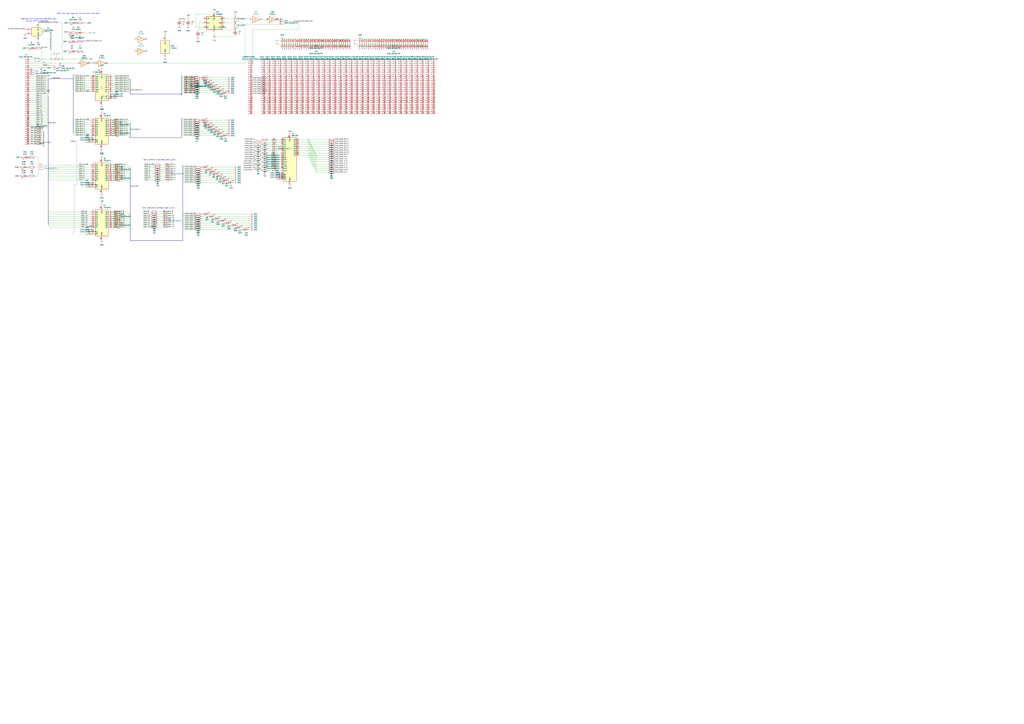
<source format=kicad_sch>
(kicad_sch (version 20230121) (generator eeschema)
  (paper "A0")
  (junction (at 214.63 92.71))
  (junction (at 417.83 45.72))
  (junction (at 375.92 45.72))
  (junction (at 443.23 45.72))
  (junction (at 130.81 147.32))
  (junction (at 398.78 45.72))
  (junction (at 130.81 142.24))
  (junction (at 473.71 45.72))
  (junction (at 321.31 187.96))
  (junction (at 483.87 52.07))
  (junction (at 373.38 52.07))
  (junction (at 321.31 182.88))
  (junction (at 381 45.72))
  (junction (at 358.14 52.07))
  (junction (at 486.41 52.07))
  (junction (at 220.98 105.41))
  (junction (at 433.07 52.07))
  (junction (at 132.08 256.54))
  (junction (at 433.07 45.72))
  (junction (at 335.28 45.72))
  (junction (at 316.23 165.1))
  (junction (at 132.08 251.46))
  (junction (at 132.08 191.77))
  (junction (at 96.52 68.58))
  (junction (at 358.14 45.72))
  (junction (at 214.63 95.25))
  (junction (at 321.27 193.04))
  (junction (at 476.25 52.07))
  (junction (at 210.82 109.22))
  (junction (at 132.08 196.85))
  (junction (at 316.23 175.26))
  (junction (at 293.37 71.12))
  (junction (at 261.62 31.75))
  (junction (at 403.86 52.07))
  (junction (at 463.55 45.72))
  (junction (at 132.08 261.62))
  (junction (at 466.09 45.72))
  (junction (at 425.45 45.72))
  (junction (at 132.08 201.93))
  (junction (at 386.08 52.07))
  (junction (at 105.41 271.78))
  (junction (at 401.32 52.07))
  (junction (at 391.16 45.72))
  (junction (at 494.03 52.07))
  (junction (at 494.03 45.72))
  (junction (at 463.55 52.07))
  (junction (at 340.36 52.07))
  (junction (at 422.91 45.72))
  (junction (at 330.2 45.72))
  (junction (at 130.81 139.7))
  (junction (at 132.08 264.16))
  (junction (at 105.41 217.17))
  (junction (at 383.54 45.72))
  (junction (at 430.53 45.72))
  (junction (at 448.31 52.07))
  (junction (at 353.06 52.07))
  (junction (at 401.32 45.72))
  (junction (at 214.63 107.95))
  (junction (at 132.08 194.31))
  (junction (at 327.66 52.07))
  (junction (at 448.31 45.72))
  (junction (at 132.08 259.08))
  (junction (at 72.39 68.58))
  (junction (at 365.76 52.07))
  (junction (at 214.63 102.87))
  (junction (at 491.49 52.07))
  (junction (at 375.92 52.07))
  (junction (at 440.69 52.07))
  (junction (at 130.81 144.78))
  (junction (at 335.28 52.07))
  (junction (at 347.98 52.07))
  (junction (at 443.23 52.07))
  (junction (at 438.15 45.72))
  (junction (at 132.08 254))
  (junction (at 130.81 157.48))
  (junction (at 355.6 45.72))
  (junction (at 220.98 102.87))
  (junction (at 458.47 45.72))
  (junction (at 248.92 41.91))
  (junction (at 293.37 73.66))
  (junction (at 476.25 45.72))
  (junction (at 342.9 45.72))
  (junction (at 453.39 52.07))
  (junction (at 488.95 52.07))
  (junction (at 468.63 52.07))
  (junction (at 455.93 52.07))
  (junction (at 321.31 195.58))
  (junction (at 364.49 175.26))
  (junction (at 450.85 45.72))
  (junction (at 370.84 45.72))
  (junction (at 316.23 170.18))
  (junction (at 220.98 95.25))
  (junction (at 483.87 45.72))
  (junction (at 337.82 52.07))
  (junction (at 69.85 73.66))
  (junction (at 220.98 107.95))
  (junction (at 466.09 52.07))
  (junction (at 130.81 149.86))
  (junction (at 438.15 52.07))
  (junction (at 316.23 172.72))
  (junction (at 355.6 52.07))
  (junction (at 321.31 198.12))
  (junction (at 316.23 177.8))
  (junction (at 393.7 45.72))
  (junction (at 455.93 45.72))
  (junction (at 488.95 45.72))
  (junction (at 48.26 68.58))
  (junction (at 350.52 52.07))
  (junction (at 471.17 52.07))
  (junction (at 350.52 45.72))
  (junction (at 130.81 152.4))
  (junction (at 132.08 204.47))
  (junction (at 363.22 52.07))
  (junction (at 388.62 52.07))
  (junction (at 417.83 52.07))
  (junction (at 461.01 45.72))
  (junction (at 420.37 45.72))
  (junction (at 458.47 52.07))
  (junction (at 347.98 45.72))
  (junction (at 321.31 190.5))
  (junction (at 316.23 162.56))
  (junction (at 393.7 52.07))
  (junction (at 365.76 45.72))
  (junction (at 342.9 52.07))
  (junction (at 327.66 45.72))
  (junction (at 332.74 52.07))
  (junction (at 440.69 45.72))
  (junction (at 370.84 52.07))
  (junction (at 461.01 52.07))
  (junction (at 316.23 167.64))
  (junction (at 316.23 180.34))
  (junction (at 368.3 52.07))
  (junction (at 450.85 52.07))
  (junction (at 330.2 52.07))
  (junction (at 367.03 180.34))
  (junction (at 491.49 45.72))
  (junction (at 427.99 45.72))
  (junction (at 396.24 52.07))
  (junction (at 220.98 100.33))
  (junction (at 358.14 162.56))
  (junction (at 445.77 45.72))
  (junction (at 365.76 177.8))
  (junction (at 473.71 52.07))
  (junction (at 214.63 100.33))
  (junction (at 359.41 165.1))
  (junction (at 386.08 45.72))
  (junction (at 430.53 52.07))
  (junction (at 478.79 52.07))
  (junction (at 398.78 52.07))
  (junction (at 445.77 52.07))
  (junction (at 486.41 45.72))
  (junction (at 363.22 45.72))
  (junction (at 214.63 90.17))
  (junction (at 360.68 45.72))
  (junction (at 425.45 52.07))
  (junction (at 481.33 52.07))
  (junction (at 345.44 52.07))
  (junction (at 321.31 185.42))
  (junction (at 132.08 246.38))
  (junction (at 220.98 90.17))
  (junction (at 383.54 52.07))
  (junction (at 332.74 45.72))
  (junction (at 453.39 45.72))
  (junction (at 273.05 26.67))
  (junction (at 214.63 97.79))
  (junction (at 391.16 52.07))
  (junction (at 132.08 199.39))
  (junction (at 471.17 45.72))
  (junction (at 220.98 92.71))
  (junction (at 361.95 170.18))
  (junction (at 422.91 52.07))
  (junction (at 396.24 45.72))
  (junction (at 360.68 167.64))
  (junction (at 130.81 154.94))
  (junction (at 273.05 34.29))
  (junction (at 214.63 105.41))
  (junction (at 132.08 248.92))
  (junction (at 388.62 45.72))
  (junction (at 403.86 45.72))
  (junction (at 381 52.07))
  (junction (at 353.06 45.72))
  (junction (at 368.3 45.72))
  (junction (at 132.08 207.01))
  (junction (at 248.92 16.51))
  (junction (at 481.33 45.72))
  (junction (at 378.46 45.72))
  (junction (at 378.46 52.07))
  (junction (at 59.69 68.58))
  (junction (at 363.22 172.72))
  (junction (at 478.79 45.72))
  (junction (at 48.26 78.74))
  (junction (at 373.38 45.72))
  (junction (at 337.82 45.72))
  (junction (at 468.63 45.72))
  (junction (at 435.61 52.07))
  (junction (at 345.44 45.72))
  (junction (at 427.99 52.07))
  (junction (at 220.98 97.79))
  (junction (at 360.68 52.07))
  (junction (at 340.36 45.72))
  (junction (at 435.61 45.72))
  (junction (at 105.41 165.1))
  (junction (at 132.08 209.55))
  (junction (at 420.37 52.07))
  (bus_entry (at 48.26 152.4) (size 2.54 2.54))
  (bus_entry (at 53.34 134.62) (size 2.54 2.54))
  (bus_entry (at 210.82 102.87) (size 2.54 2.54))
  (bus_entry (at 148.59 251.46) (size 2.54 2.54))
  (bus_entry (at 210.82 142.24) (size 2.54 2.54))
  (bus_entry (at 210.82 147.32) (size 2.54 2.54))
  (bus_entry (at 87.63 99.06) (size -2.54 -2.54))
  (bus_entry (at 214.63 194.31) (size -2.54 -2.54))
  (bus_entry (at 53.34 99.06) (size 2.54 2.54))
  (bus_entry (at 53.34 147.32) (size 2.54 2.54))
  (bus_entry (at 214.63 207.01) (size -2.54 -2.54))
  (bus_entry (at 48.26 149.86) (size 2.54 2.54))
  (bus_entry (at 48.26 154.94) (size 2.54 2.54))
  (bus_entry (at 214.63 201.93) (size -2.54 -2.54))
  (bus_entry (at 58.42 204.47) (size -2.54 -2.54))
  (bus_entry (at 58.42 207.01) (size -2.54 -2.54))
  (bus_entry (at 53.34 139.7) (size 2.54 2.54))
  (bus_entry (at 58.42 256.54) (size -2.54 -2.54))
  (bus_entry (at 148.59 104.14) (size 2.54 2.54))
  (bus_entry (at 53.34 93.98) (size 2.54 2.54))
  (bus_entry (at 53.34 96.52) (size 2.54 2.54))
  (bus_entry (at 58.42 209.55) (size -2.54 -2.54))
  (bus_entry (at 210.82 149.86) (size 2.54 2.54))
  (bus_entry (at 148.59 256.54) (size 2.54 2.54))
  (bus_entry (at 53.34 119.38) (size 2.54 2.54))
  (bus_entry (at 58.42 201.93) (size -2.54 -2.54))
  (bus_entry (at 148.59 152.4) (size 2.54 2.54))
  (bus_entry (at 87.63 144.78) (size -2.54 -2.54))
  (bus_entry (at 148.59 91.44) (size 2.54 2.54))
  (bus_entry (at 210.82 154.94) (size 2.54 2.54))
  (bus_entry (at 148.59 142.24) (size 2.54 2.54))
  (bus_entry (at 214.63 259.08) (size -2.54 -2.54))
  (bus_entry (at 87.63 101.6) (size -2.54 -2.54))
  (bus_entry (at 148.59 101.6) (size 2.54 2.54))
  (bus_entry (at 214.63 212.09) (size -2.54 -2.54))
  (bus_entry (at 148.59 144.78) (size 2.54 2.54))
  (bus_entry (at 148.59 96.52) (size 2.54 2.54))
  (bus_entry (at 214.63 209.55) (size -2.54 -2.54))
  (bus_entry (at 58.42 254) (size -2.54 -2.54))
  (bus_entry (at 148.59 261.62) (size 2.54 2.54))
  (bus_entry (at 87.63 154.94) (size -2.54 -2.54))
  (bus_entry (at 210.82 87.63) (size 2.54 2.54))
  (bus_entry (at 58.42 194.31) (size -2.54 -2.54))
  (bus_entry (at 58.42 246.38) (size -2.54 -2.54))
  (bus_entry (at 214.63 251.46) (size -2.54 -2.54))
  (bus_entry (at 58.42 199.39) (size -2.54 -2.54))
  (bus_entry (at 214.63 264.16) (size -2.54 -2.54))
  (bus_entry (at 148.59 196.85) (size 2.54 2.54))
  (bus_entry (at 148.59 147.32) (size 2.54 2.54))
  (bus_entry (at 148.59 194.31) (size 2.54 2.54))
  (bus_entry (at 214.63 261.62) (size -2.54 -2.54))
  (bus_entry (at 210.82 92.71) (size 2.54 2.54))
  (bus_entry (at 214.63 204.47) (size -2.54 -2.54))
  (bus_entry (at 53.34 132.08) (size 2.54 2.54))
  (bus_entry (at 210.82 90.17) (size 2.54 2.54))
  (bus_entry (at 148.59 149.86) (size 2.54 2.54))
  (bus_entry (at 48.26 157.48) (size 2.54 2.54))
  (bus_entry (at 58.42 191.77) (size -2.54 -2.54))
  (bus_entry (at 53.34 144.78) (size 2.54 2.54))
  (bus_entry (at 210.82 100.33) (size 2.54 2.54))
  (bus_entry (at 53.34 124.46) (size 2.54 2.54))
  (bus_entry (at 214.63 254) (size -2.54 -2.54))
  (bus_entry (at 87.63 149.86) (size -2.54 -2.54))
  (bus_entry (at 53.34 109.22) (size 2.54 2.54))
  (bus_entry (at 58.42 248.92) (size -2.54 -2.54))
  (bus_entry (at 214.63 266.7) (size -2.54 -2.54))
  (bus_entry (at 214.63 248.92) (size -2.54 -2.54))
  (bus_entry (at 87.63 147.32) (size -2.54 -2.54))
  (bus_entry (at 87.63 88.9) (size -2.54 -2.54))
  (bus_entry (at 53.34 104.14) (size 2.54 2.54))
  (bus_entry (at 210.82 137.16) (size 2.54 2.54))
  (bus_entry (at 148.59 201.93) (size 2.54 2.54))
  (bus_entry (at 148.59 204.47) (size 2.54 2.54))
  (bus_entry (at 214.63 256.54) (size -2.54 -2.54))
  (bus_entry (at 148.59 93.98) (size 2.54 2.54))
  (bus_entry (at 87.63 96.52) (size -2.54 -2.54))
  (bus_entry (at 210.82 152.4) (size 2.54 2.54))
  (bus_entry (at 148.59 254) (size 2.54 2.54))
  (bus_entry (at 148.59 157.48) (size 2.54 2.54))
  (bus_entry (at 48.26 160.02) (size 2.54 2.54))
  (bus_entry (at 87.63 157.48) (size -2.54 -2.54))
  (bus_entry (at 214.63 196.85) (size -2.54 -2.54))
  (bus_entry (at 87.63 139.7) (size -2.54 -2.54))
  (bus_entry (at 148.59 264.16) (size 2.54 2.54))
  (bus_entry (at 210.82 95.25) (size 2.54 2.54))
  (bus_entry (at 210.82 144.78) (size 2.54 2.54))
  (bus_entry (at 210.82 139.7) (size 2.54 2.54))
  (bus_entry (at 58.42 259.08) (size -2.54 -2.54))
  (bus_entry (at 148.59 139.7) (size 2.54 2.54))
  (bus_entry (at 214.63 199.39) (size -2.54 -2.54))
  (bus_entry (at 53.34 88.9) (size 2.54 2.54))
  (bus_entry (at 53.34 129.54) (size 2.54 2.54))
  (bus_entry (at 48.26 167.64) (size 2.54 2.54))
  (bus_entry (at 148.59 246.38) (size 2.54 2.54))
  (bus_entry (at 87.63 104.14) (size -2.54 -2.54))
  (bus_entry (at 210.82 97.79) (size 2.54 2.54))
  (bus_entry (at 87.63 142.24) (size -2.54 -2.54))
  (bus_entry (at 53.34 121.92) (size 2.54 2.54))
  (bus_entry (at 53.34 116.84) (size 2.54 2.54))
  (bus_entry (at 53.34 127) (size 2.54 2.54))
  (bus_entry (at 53.34 137.16) (size 2.54 2.54))
  (bus_entry (at 48.26 165.1) (size 2.54 2.54))
  (bus_entry (at 148.59 154.94) (size 2.54 2.54))
  (bus_entry (at 87.63 93.98) (size -2.54 -2.54))
  (bus_entry (at 148.59 88.9) (size 2.54 2.54))
  (bus_entry (at 148.59 199.39) (size 2.54 2.54))
  (bus_entry (at 148.59 106.68) (size 2.54 2.54))
  (bus_entry (at 87.63 152.4) (size -2.54 -2.54))
  (bus_entry (at 148.59 248.92) (size 2.54 2.54))
  (bus_entry (at 148.59 99.06) (size 2.54 2.54))
  (bus_entry (at 53.34 101.6) (size 2.54 2.54))
  (bus_entry (at 48.26 162.56) (size 2.54 2.54))
  (bus_entry (at 53.34 142.24) (size 2.54 2.54))
  (bus_entry (at 58.42 196.85) (size -2.54 -2.54))
  (bus_entry (at 53.34 111.76) (size 2.54 2.54))
  (bus_entry (at 148.59 209.55) (size 2.54 2.54))
  (bus_entry (at 58.42 251.46) (size -2.54 -2.54))
  (bus_entry (at 87.63 106.68) (size -2.54 -2.54))
  (bus_entry (at 87.63 91.44) (size -2.54 -2.54))
  (bus_entry (at 148.59 191.77) (size 2.54 2.54))
  (bus_entry (at 53.34 114.3) (size 2.54 2.54))
  (bus_entry (at 58.42 261.62) (size -2.54 -2.54))
  (bus_entry (at 53.34 106.68) (size 2.54 2.54))
  (bus_entry (at 210.82 105.41) (size 2.54 2.54))
  (bus_entry (at 148.59 207.01) (size 2.54 2.54))
  (bus_entry (at 53.34 91.44) (size 2.54 2.54))
  (bus_entry (at 148.59 259.08) (size 2.54 2.54))
  (bus_entry (at 58.42 264.16) (size -2.54 -2.54))
  (wire (pts (xy 340.36 45.72) (xy 342.9 45.72)))
  (wire (pts (xy 271.78 207.01) (xy 261.62 207.01)))
  (wire (pts (xy 213.36 100.33) (xy 214.63 100.33)))
  (bus (pts (xy 55.88 199.39) (xy 55.88 201.93)))
  (wire (pts (xy 391.16 52.07) (xy 393.7 52.07)))
  (wire (pts (xy 58.42 251.46) (xy 105.41 251.46)))
  (wire (pts (xy 167.64 201.93) (xy 179.07 201.93)))
  (wire (pts (xy 264.16 142.24) (xy 241.3 142.24)))
  (bus (pts (xy 151.13 204.47) (xy 151.13 201.93)))
  (wire (pts (xy 105.41 271.78) (xy 106.68 271.78)))
  (bus (pts (xy 151.13 101.6) (xy 151.13 99.06)))
  (wire (pts (xy 34.29 91.44) (xy 53.34 91.44)))
  (wire (pts (xy 290.83 251.46) (xy 248.92 251.46)))
  (wire (pts (xy 58.42 199.39) (xy 105.41 199.39)))
  (wire (pts (xy 488.95 52.07) (xy 491.49 52.07)))
  (wire (pts (xy 167.64 207.01) (xy 179.07 207.01)))
  (wire (pts (xy 478.79 45.72) (xy 481.33 45.72)))
  (wire (pts (xy 458.47 52.07) (xy 461.01 52.07)))
  (wire (pts (xy 367.03 180.34) (xy 381 180.34)))
  (bus (pts (xy 50.8 165.1) (xy 50.8 167.64)))
  (bus (pts (xy 55.88 127) (xy 55.88 129.54)))
  (wire (pts (xy 435.61 52.07) (xy 438.15 52.07)))
  (wire (pts (xy 227.33 16.51) (xy 227.33 31.75)))
  (wire (pts (xy 214.63 207.01) (xy 226.06 207.01)))
  (wire (pts (xy 254 256.54) (xy 233.68 256.54)))
  (wire (pts (xy 34.29 129.54) (xy 53.34 129.54)))
  (wire (pts (xy 311.15 162.56) (xy 316.23 162.56)))
  (bus (pts (xy 210.82 149.86) (xy 210.82 152.4)))
  (wire (pts (xy 58.42 264.16) (xy 105.41 264.16)))
  (wire (pts (xy 346.71 165.1) (xy 359.41 165.1)))
  (wire (pts (xy 58.42 254) (xy 105.41 254)))
  (bus (pts (xy 151.13 149.86) (xy 151.13 147.32)))
  (wire (pts (xy 238.76 196.85) (xy 233.68 196.85)))
  (wire (pts (xy 438.15 45.72) (xy 440.69 45.72)))
  (wire (pts (xy 34.29 71.12) (xy 39.37 71.12)))
  (bus (pts (xy 55.88 137.16) (xy 55.88 139.7)))
  (wire (pts (xy 213.36 142.24) (xy 224.79 142.24)))
  (wire (pts (xy 34.29 182.88) (xy 33.02 182.88)))
  (bus (pts (xy 151.13 160.02) (xy 210.82 160.02)))
  (wire (pts (xy 420.37 45.72) (xy 422.91 45.72)))
  (wire (pts (xy 290.83 264.16) (xy 280.67 264.16)))
  (wire (pts (xy 304.8 22.86) (xy 308.61 22.86)))
  (wire (pts (xy 321.31 195.58) (xy 326.39 195.58)))
  (wire (pts (xy 130.81 154.94) (xy 148.59 154.94)))
  (bus (pts (xy 55.88 191.77) (xy 55.88 194.31)))
  (bus (pts (xy 210.82 105.41) (xy 210.82 109.22)))
  (wire (pts (xy 476.25 52.07) (xy 478.79 52.07)))
  (bus (pts (xy 55.88 119.38) (xy 55.88 121.92)))
  (wire (pts (xy 58.42 248.92) (xy 105.41 248.92)))
  (wire (pts (xy 425.45 45.72) (xy 427.99 45.72)))
  (bus (pts (xy 212.09 261.62) (xy 212.09 264.16)))
  (wire (pts (xy 237.49 95.25) (xy 232.41 95.25)))
  (bus (pts (xy 151.13 266.7) (xy 151.13 264.16)))
  (wire (pts (xy 290.83 254) (xy 255.27 254)))
  (bus (pts (xy 212.09 256.54) (xy 212.09 259.08)))
  (bus (pts (xy 85.09 96.52) (xy 85.09 99.06)))
  (bus (pts (xy 212.09 251.46) (xy 212.09 254)))
  (wire (pts (xy 396.24 52.07) (xy 398.78 52.07)))
  (wire (pts (xy 453.39 45.72) (xy 455.93 45.72)))
  (wire (pts (xy 295.91 198.12) (xy 303.53 198.12)))
  (wire (pts (xy 132.08 248.92) (xy 148.59 248.92)))
  (wire (pts (xy 346.71 167.64) (xy 360.68 167.64)))
  (wire (pts (xy 130.81 147.32) (xy 148.59 147.32)))
  (bus (pts (xy 151.13 212.09) (xy 151.13 248.92)))
  (wire (pts (xy 130.81 251.46) (xy 132.08 251.46)))
  (wire (pts (xy 264.16 92.71) (xy 241.3 92.71)))
  (bus (pts (xy 210.82 87.63) (xy 210.82 90.17)))
  (bus (pts (xy 151.13 264.16) (xy 151.13 261.62)))
  (wire (pts (xy 443.23 45.72) (xy 445.77 45.72)))
  (wire (pts (xy 491.49 52.07) (xy 494.03 52.07)))
  (wire (pts (xy 471.17 45.72) (xy 473.71 45.72)))
  (wire (pts (xy 58.42 196.85) (xy 105.41 196.85)))
  (wire (pts (xy 40.64 194.31) (xy 44.45 194.31)))
  (wire (pts (xy 167.64 196.85) (xy 179.07 196.85)))
  (bus (pts (xy 151.13 104.14) (xy 151.13 101.6)))
  (bus (pts (xy 85.09 149.86) (xy 85.09 152.4)))
  (wire (pts (xy 214.63 95.25) (xy 220.98 95.25)))
  (wire (pts (xy 373.38 52.07) (xy 375.92 52.07)))
  (wire (pts (xy 364.49 175.26) (xy 381 175.26)))
  (wire (pts (xy 88.9 214.63) (xy 86.36 214.63)))
  (bus (pts (xy 85.09 142.24) (xy 85.09 144.78)))
  (wire (pts (xy 233.68 92.71) (xy 232.41 92.71)))
  (wire (pts (xy 443.23 52.07) (xy 445.77 52.07)))
  (wire (pts (xy 243.84 149.86) (xy 232.41 149.86)))
  (wire (pts (xy 360.68 187.96) (xy 381 187.96)))
  (wire (pts (xy 182.88 259.08) (xy 189.23 259.08)))
  (wire (pts (xy 34.29 142.24) (xy 53.34 142.24)))
  (wire (pts (xy 58.42 201.93) (xy 105.41 201.93)))
  (wire (pts (xy 359.41 165.1) (xy 381 165.1)))
  (wire (pts (xy 166.37 251.46) (xy 175.26 251.46)))
  (bus (pts (xy 212.09 248.92) (xy 212.09 251.46)))
  (wire (pts (xy 346.71 34.29) (xy 346.71 25.4)))
  (wire (pts (xy 241.3 251.46) (xy 233.68 251.46)))
  (wire (pts (xy 438.15 52.07) (xy 440.69 52.07)))
  (wire (pts (xy 251.46 154.94) (xy 232.41 154.94)))
  (wire (pts (xy 58.42 209.55) (xy 105.41 209.55)))
  (wire (pts (xy 327.66 52.07) (xy 330.2 52.07)))
  (wire (pts (xy 363.22 52.07) (xy 365.76 52.07)))
  (bus (pts (xy 151.13 160.02) (xy 151.13 157.48)))
  (wire (pts (xy 214.63 90.17) (xy 220.98 90.17)))
  (wire (pts (xy 213.36 147.32) (xy 224.79 147.32)))
  (wire (pts (xy 86.36 269.24) (xy 85.09 269.24)))
  (wire (pts (xy 59.69 36.83) (xy 57.15 36.83)))
  (bus (pts (xy 55.88 101.6) (xy 55.88 99.06)))
  (bus (pts (xy 151.13 259.08) (xy 151.13 256.54)))
  (wire (pts (xy 250.19 204.47) (xy 233.68 204.47)))
  (wire (pts (xy 461.01 52.07) (xy 463.55 52.07)))
  (bus (pts (xy 85.09 93.98) (xy 85.09 96.52)))
  (wire (pts (xy 391.16 45.72) (xy 393.7 45.72)))
  (wire (pts (xy 34.29 137.16) (xy 53.34 137.16)))
  (wire (pts (xy 213.36 149.86) (xy 224.79 149.86)))
  (wire (pts (xy 214.63 196.85) (xy 226.06 196.85)))
  (wire (pts (xy 130.81 91.44) (xy 148.59 91.44)))
  (wire (pts (xy 166.37 246.38) (xy 175.26 246.38)))
  (wire (pts (xy 267.97 261.62) (xy 233.68 261.62)))
  (bus (pts (xy 212.09 201.93) (xy 212.09 204.47)))
  (wire (pts (xy 360.68 167.64) (xy 381 167.64)))
  (wire (pts (xy 214.63 107.95) (xy 220.98 107.95)))
  (wire (pts (xy 473.71 45.72) (xy 476.25 45.72)))
  (wire (pts (xy 430.53 52.07) (xy 433.07 52.07)))
  (wire (pts (xy 34.29 68.58) (xy 48.26 68.58)))
  (wire (pts (xy 48.26 78.74) (xy 49.53 78.74)))
  (wire (pts (xy 214.63 92.71) (xy 220.98 92.71)))
  (wire (pts (xy 388.62 45.72) (xy 391.16 45.72)))
  (bus (pts (xy 55.88 106.68) (xy 55.88 104.14)))
  (wire (pts (xy 453.39 52.07) (xy 455.93 52.07)))
  (wire (pts (xy 44.45 26.67) (xy 72.39 26.67)))
  (bus (pts (xy 55.88 124.46) (xy 55.88 127)))
  (wire (pts (xy 186.69 204.47) (xy 191.77 204.47)))
  (bus (pts (xy 210.82 92.71) (xy 210.82 95.25)))
  (wire (pts (xy 186.69 194.31) (xy 191.77 194.31)))
  (wire (pts (xy 34.29 167.64) (xy 48.26 167.64)))
  (wire (pts (xy 213.36 92.71) (xy 214.63 92.71)))
  (wire (pts (xy 34.29 116.84) (xy 53.34 116.84)))
  (wire (pts (xy 450.85 45.72) (xy 453.39 45.72)))
  (wire (pts (xy 130.81 101.6) (xy 148.59 101.6)))
  (wire (pts (xy 87.63 147.32) (xy 105.41 147.32)))
  (wire (pts (xy 213.36 154.94) (xy 224.79 154.94)))
  (wire (pts (xy 247.65 31.75) (xy 247.65 21.59)))
  (wire (pts (xy 34.29 124.46) (xy 53.34 124.46)))
  (wire (pts (xy 96.52 68.58) (xy 72.39 68.58)))
  (wire (pts (xy 34.29 132.08) (xy 53.34 132.08)))
  (wire (pts (xy 132.08 259.08) (xy 148.59 259.08)))
  (wire (pts (xy 358.14 45.72) (xy 360.68 45.72)))
  (wire (pts (xy 214.63 212.09) (xy 226.06 212.09)))
  (wire (pts (xy 261.62 34.29) (xy 273.05 34.29)))
  (wire (pts (xy 231.14 35.56) (xy 229.87 35.56)))
  (wire (pts (xy 262.89 212.09) (xy 233.68 212.09)))
  (wire (pts (xy 321.31 187.96) (xy 326.39 187.96)))
  (wire (pts (xy 433.07 52.07) (xy 435.61 52.07)))
  (wire (pts (xy 242.57 199.39) (xy 233.68 199.39)))
  (bus (pts (xy 50.8 157.48) (xy 50.8 160.02)))
  (wire (pts (xy 130.81 157.48) (xy 148.59 157.48)))
  (wire (pts (xy 264.16 152.4) (xy 255.27 152.4)))
  (wire (pts (xy 87.63 104.14) (xy 105.41 104.14)))
  (bus (pts (xy 151.13 196.85) (xy 151.13 194.31)))
  (wire (pts (xy 358.14 52.07) (xy 360.68 52.07)))
  (wire (pts (xy 251.46 105.41) (xy 232.41 105.41)))
  (wire (pts (xy 383.54 52.07) (xy 386.08 52.07)))
  (wire (pts (xy 337.82 52.07) (xy 340.36 52.07)))
  (wire (pts (xy 34.29 127) (xy 53.34 127)))
  (wire (pts (xy 186.69 196.85) (xy 191.77 196.85)))
  (bus (pts (xy 210.82 137.16) (xy 210.82 139.7)))
  (wire (pts (xy 264.16 90.17) (xy 240.03 90.17)))
  (wire (pts (xy 92.71 271.78) (xy 105.41 271.78)))
  (wire (pts (xy 345.44 45.72) (xy 347.98 45.72)))
  (wire (pts (xy 346.71 170.18) (xy 361.95 170.18)))
  (wire (pts (xy 34.29 111.76) (xy 53.34 111.76)))
  (wire (pts (xy 359.41 185.42) (xy 381 185.42)))
  (wire (pts (xy 378.46 45.72) (xy 381 45.72)))
  (wire (pts (xy 243.84 100.33) (xy 232.41 100.33)))
  (wire (pts (xy 303.53 165.1) (xy 316.23 165.1)))
  (wire (pts (xy 264.16 97.79) (xy 247.65 97.79)))
  (bus (pts (xy 55.88 93.98) (xy 55.88 91.44)))
  (wire (pts (xy 234.95 248.92) (xy 233.68 248.92)))
  (wire (pts (xy 483.87 45.72) (xy 486.41 45.72)))
  (wire (pts (xy 271.78 199.39) (xy 250.19 199.39)))
  (wire (pts (xy 448.31 52.07) (xy 450.85 52.07)))
  (wire (pts (xy 284.48 27.94) (xy 284.48 73.66)))
  (bus (pts (xy 151.13 261.62) (xy 151.13 259.08)))
  (wire (pts (xy 293.37 34.29) (xy 346.71 34.29)))
  (wire (pts (xy 214.63 102.87) (xy 220.98 102.87)))
  (wire (pts (xy 34.29 162.56) (xy 48.26 162.56)))
  (wire (pts (xy 398.78 52.07) (xy 401.32 52.07)))
  (wire (pts (xy 132.08 256.54) (xy 148.59 256.54)))
  (wire (pts (xy 264.16 144.78) (xy 245.11 144.78)))
  (wire (pts (xy 87.63 99.06) (xy 105.41 99.06)))
  (wire (pts (xy 264.16 100.33) (xy 251.46 100.33)))
  (wire (pts (xy 261.62 31.75) (xy 247.65 31.75)))
  (wire (pts (xy 220.98 90.17) (xy 224.79 90.17)))
  (wire (pts (xy 360.68 45.72) (xy 363.22 45.72)))
  (wire (pts (xy 375.92 52.07) (xy 378.46 52.07)))
  (wire (pts (xy 167.64 209.55) (xy 179.07 209.55)))
  (wire (pts (xy 383.54 45.72) (xy 386.08 45.72)))
  (bus (pts (xy 55.88 104.14) (xy 55.88 101.6)))
  (wire (pts (xy 381 52.07) (xy 383.54 52.07)))
  (wire (pts (xy 34.29 101.6) (xy 53.34 101.6)))
  (wire (pts (xy 303.53 195.58) (xy 321.31 195.58)))
  (wire (pts (xy 246.38 201.93) (xy 233.68 201.93)))
  (wire (pts (xy 130.81 204.47) (xy 132.08 204.47)))
  (wire (pts (xy 388.62 52.07) (xy 391.16 52.07)))
  (bus (pts (xy 55.88 201.93) (xy 55.88 204.47)))
  (wire (pts (xy 463.55 45.72) (xy 466.09 45.72)))
  (wire (pts (xy 417.83 52.07) (xy 420.37 52.07)))
  (bus (pts (xy 55.88 129.54) (xy 55.88 132.08)))
  (wire (pts (xy 367.03 200.66) (xy 381 200.66)))
  (bus (pts (xy 212.09 259.08) (xy 212.09 261.62)))
  (wire (pts (xy 182.88 256.54) (xy 189.23 256.54)))
  (wire (pts (xy 58.42 246.38) (xy 105.41 246.38)))
  (wire (pts (xy 468.63 45.72) (xy 471.17 45.72)))
  (wire (pts (xy 58.42 207.01) (xy 105.41 207.01)))
  (wire (pts (xy 264.16 149.86) (xy 251.46 149.86)))
  (wire (pts (xy 34.29 106.68) (xy 53.34 106.68)))
  (wire (pts (xy 85.09 269.24) (xy 85.09 271.78)))
  (wire (pts (xy 381 45.72) (xy 383.54 45.72)))
  (wire (pts (xy 350.52 52.07) (xy 353.06 52.07)))
  (bus (pts (xy 55.88 254) (xy 55.88 256.54)))
  (wire (pts (xy 220.98 95.25) (xy 224.79 95.25)))
  (wire (pts (xy 481.33 45.72) (xy 483.87 45.72)))
  (wire (pts (xy 72.39 26.67) (xy 72.39 68.58)))
  (wire (pts (xy 468.63 52.07) (xy 471.17 52.07)))
  (wire (pts (xy 422.91 52.07) (xy 425.45 52.07)))
  (wire (pts (xy 214.63 266.7) (xy 226.06 266.7)))
  (bus (pts (xy 55.88 189.23) (xy 55.88 191.77)))
  (wire (pts (xy 130.81 248.92) (xy 132.08 248.92)))
  (bus (pts (xy 210.82 95.25) (xy 210.82 97.79)))
  (wire (pts (xy 321.31 190.5) (xy 326.39 190.5)))
  (wire (pts (xy 87.63 88.9) (xy 105.41 88.9)))
  (bus (pts (xy 212.09 254) (xy 212.09 256.54)))
  (wire (pts (xy 96.52 68.58) (xy 96.52 59.69)))
  (wire (pts (xy 87.63 106.68) (xy 105.41 106.68)))
  (wire (pts (xy 361.95 190.5) (xy 381 190.5)))
  (wire (pts (xy 261.62 21.59) (xy 289.56 21.59)))
  (wire (pts (xy 358.14 162.56) (xy 358.14 182.88)))
  (bus (pts (xy 85.09 152.4) (xy 85.09 154.94)))
  (wire (pts (xy 316.23 175.26) (xy 326.39 175.26)))
  (wire (pts (xy 316.23 177.8) (xy 326.39 177.8)))
  (wire (pts (xy 130.81 104.14) (xy 148.59 104.14)))
  (wire (pts (xy 182.88 254) (xy 189.23 254)))
  (wire (pts (xy 130.81 99.06) (xy 148.59 99.06)))
  (wire (pts (xy 186.69 199.39) (xy 191.77 199.39)))
  (wire (pts (xy 403.86 45.72) (xy 406.4 45.72)))
  (wire (pts (xy 182.88 248.92) (xy 189.23 248.92)))
  (wire (pts (xy 220.98 102.87) (xy 224.79 102.87)))
  (wire (pts (xy 386.08 45.72) (xy 388.62 45.72)))
  (wire (pts (xy 59.69 68.58) (xy 59.69 36.83)))
  (wire (pts (xy 48.26 68.58) (xy 59.69 68.58)))
  (wire (pts (xy 321.27 193.04) (xy 326.39 193.04)))
  (wire (pts (xy 87.63 139.7) (xy 105.41 139.7)))
  (wire (pts (xy 303.53 180.34) (xy 316.23 180.34)))
  (wire (pts (xy 214.63 251.46) (xy 226.06 251.46)))
  (wire (pts (xy 58.42 256.54) (xy 105.41 256.54)))
  (wire (pts (xy 130.81 142.24) (xy 148.59 142.24)))
  (wire (pts (xy 72.39 68.58) (xy 69.85 68.58)))
  (wire (pts (xy 316.23 180.34) (xy 326.39 180.34)))
  (wire (pts (xy 303.53 175.26) (xy 316.23 175.26)))
  (wire (pts (xy 403.86 52.07) (xy 406.4 52.07)))
  (wire (pts (xy 264.16 154.94) (xy 259.08 154.94)))
  (wire (pts (xy 280.67 266.7) (xy 233.68 266.7)))
  (wire (pts (xy 186.69 209.55) (xy 191.77 209.55)))
  (wire (pts (xy 247.65 21.59) (xy 236.22 21.59)))
  (bus (pts (xy 151.13 207.01) (xy 151.13 204.47)))
  (wire (pts (xy 247.65 102.87) (xy 232.41 102.87)))
  (wire (pts (xy 330.2 52.07) (xy 332.74 52.07)))
  (wire (pts (xy 340.36 52.07) (xy 342.9 52.07)))
  (wire (pts (xy 213.36 90.17) (xy 214.63 90.17)))
  (wire (pts (xy 393.7 52.07) (xy 396.24 52.07)))
  (wire (pts (xy 264.16 139.7) (xy 240.03 139.7)))
  (bus (pts (xy 151.13 96.52) (xy 151.13 93.98)))
  (wire (pts (xy 87.63 93.98) (xy 105.41 93.98)))
  (wire (pts (xy 360.68 167.64) (xy 360.68 187.96)))
  (wire (pts (xy 166.37 264.16) (xy 175.26 264.16)))
  (wire (pts (xy 430.53 45.72) (xy 433.07 45.72)))
  (wire (pts (xy 367.03 180.34) (xy 367.03 200.66)))
  (wire (pts (xy 368.3 45.72) (xy 370.84 45.72)))
  (bus (pts (xy 50.8 154.94) (xy 50.8 157.48)))
  (wire (pts (xy 186.69 201.93) (xy 191.77 201.93)))
  (bus (pts (xy 212.09 194.31) (xy 212.09 196.85)))
  (wire (pts (xy 34.29 147.32) (xy 53.34 147.32)))
  (wire (pts (xy 491.49 45.72) (xy 494.03 45.72)))
  (wire (pts (xy 321.31 198.12) (xy 326.39 198.12)))
  (wire (pts (xy 130.81 261.62) (xy 132.08 261.62)))
  (wire (pts (xy 476.25 45.72) (xy 478.79 45.72)))
  (wire (pts (xy 130.81 88.9) (xy 148.59 88.9)))
  (bus (pts (xy 151.13 201.93) (xy 151.13 199.39)))
  (bus (pts (xy 210.82 109.22) (xy 210.82 110.49)))
  (wire (pts (xy 87.63 152.4) (xy 105.41 152.4)))
  (wire (pts (xy 401.32 52.07) (xy 403.86 52.07)))
  (wire (pts (xy 214.63 264.16) (xy 226.06 264.16)))
  (wire (pts (xy 105.41 217.17) (xy 106.68 217.17)))
  (bus (pts (xy 55.88 243.84) (xy 55.88 246.38)))
  (wire (pts (xy 284.48 73.66) (xy 125.73 73.66)))
  (wire (pts (xy 132.08 209.55) (xy 148.59 209.55)))
  (wire (pts (xy 227.33 31.75) (xy 236.22 31.75)))
  (wire (pts (xy 463.55 52.07) (xy 466.09 52.07)))
  (bus (pts (xy 50.8 160.02) (xy 50.8 162.56)))
  (wire (pts (xy 99.06 68.58) (xy 96.52 68.58)))
  (bus (pts (xy 151.13 251.46) (xy 151.13 248.92)))
  (wire (pts (xy 293.37 71.12) (xy 293.37 73.66)))
  (wire (pts (xy 130.81 194.31) (xy 132.08 194.31)))
  (wire (pts (xy 290.83 261.62) (xy 275.59 261.62)))
  (wire (pts (xy 87.63 157.48) (xy 105.41 157.48)))
  (wire (pts (xy 130.81 149.86) (xy 148.59 149.86)))
  (bus (pts (xy 151.13 279.4) (xy 212.09 279.4)))
  (wire (pts (xy 346.71 175.26) (xy 364.49 175.26)))
  (wire (pts (xy 458.47 45.72) (xy 461.01 45.72)))
  (wire (pts (xy 130.81 259.08) (xy 132.08 259.08)))
  (wire (pts (xy 132.08 191.77) (xy 148.59 191.77)))
  (bus (pts (xy 55.88 91.44) (xy 85.09 91.44)))
  (bus (pts (xy 85.09 144.78) (xy 85.09 147.32)))
  (wire (pts (xy 34.29 160.02) (xy 48.26 160.02)))
  (wire (pts (xy 44.45 204.47) (xy 44.45 196.85)))
  (wire (pts (xy 132.08 201.93) (xy 148.59 201.93)))
  (wire (pts (xy 303.53 170.18) (xy 316.23 170.18)))
  (wire (pts (xy 486.41 52.07) (xy 488.95 52.07)))
  (wire (pts (xy 93.98 217.17) (xy 105.41 217.17)))
  (wire (pts (xy 466.09 45.72) (xy 468.63 45.72)))
  (wire (pts (xy 303.53 185.42) (xy 321.31 185.42)))
  (wire (pts (xy 295.91 182.88) (xy 303.53 182.88)))
  (wire (pts (xy 370.84 45.72) (xy 373.38 45.72)))
  (bus (pts (xy 151.13 209.55) (xy 151.13 207.01)))
  (wire (pts (xy 335.28 45.72) (xy 337.82 45.72)))
  (bus (pts (xy 85.09 99.06) (xy 85.09 101.6)))
  (wire (pts (xy 353.06 45.72) (xy 355.6 45.72)))
  (wire (pts (xy 353.06 52.07) (xy 355.6 52.07)))
  (wire (pts (xy 214.63 259.08) (xy 226.06 259.08)))
  (wire (pts (xy 271.78 209.55) (xy 265.43 209.55)))
  (wire (pts (xy 261.62 26.67) (xy 273.05 26.67)))
  (bus (pts (xy 210.82 144.78) (xy 210.82 147.32)))
  (wire (pts (xy 321.31 185.42) (xy 326.39 185.42)))
  (wire (pts (xy 342.9 52.07) (xy 345.44 52.07)))
  (wire (pts (xy 182.88 264.16) (xy 189.23 264.16)))
  (wire (pts (xy 132.08 246.38) (xy 148.59 246.38)))
  (wire (pts (xy 337.82 45.72) (xy 340.36 45.72)))
  (wire (pts (xy 130.81 246.38) (xy 132.08 246.38)))
  (wire (pts (xy 34.29 109.22) (xy 53.34 109.22)))
  (bus (pts (xy 85.09 104.14) (xy 85.09 137.16)))
  (wire (pts (xy 34.29 152.4) (xy 48.26 152.4)))
  (wire (pts (xy 214.63 204.47) (xy 226.06 204.47)))
  (bus (pts (xy 151.13 199.39) (xy 151.13 196.85)))
  (wire (pts (xy 295.91 193.04) (xy 303.53 193.04)))
  (wire (pts (xy 132.08 204.47) (xy 148.59 204.47)))
  (wire (pts (xy 166.37 259.08) (xy 175.26 259.08)))
  (bus (pts (xy 55.88 96.52) (xy 55.88 93.98)))
  (wire (pts (xy 346.71 180.34) (xy 367.03 180.34)))
  (bus (pts (xy 55.88 259.08) (xy 55.88 261.62)))
  (wire (pts (xy 248.92 16.51) (xy 227.33 16.51)))
  (wire (pts (xy 473.71 52.07) (xy 476.25 52.07)))
  (wire (pts (xy 69.85 73.66) (xy 90.17 73.66)))
  (wire (pts (xy 445.77 45.72) (xy 448.31 45.72)))
  (wire (pts (xy 130.81 199.39) (xy 132.08 199.39)))
  (wire (pts (xy 214.63 261.62) (xy 226.06 261.62)))
  (bus (pts (xy 210.82 97.79) (xy 210.82 100.33)))
  (wire (pts (xy 271.78 194.31) (xy 241.3 194.31)))
  (bus (pts (xy 55.88 114.3) (xy 55.88 116.84)))
  (wire (pts (xy 373.38 45.72) (xy 375.92 45.72)))
  (wire (pts (xy 59.69 68.58) (xy 62.23 68.58)))
  (wire (pts (xy 264.16 102.87) (xy 255.27 102.87)))
  (wire (pts (xy 58.42 259.08) (xy 105.41 259.08)))
  (wire (pts (xy 316.23 162.56) (xy 326.39 162.56)))
  (wire (pts (xy 130.81 93.98) (xy 148.59 93.98)))
  (wire (pts (xy 293.37 71.12) (xy 293.37 34.29)))
  (wire (pts (xy 260.35 259.08) (xy 233.68 259.08)))
  (wire (pts (xy 378.46 52.07) (xy 381 52.07)))
  (bus (pts (xy 210.82 154.94) (xy 210.82 160.02)))
  (wire (pts (xy 290.83 259.08) (xy 267.97 259.08)))
  (bus (pts (xy 151.13 144.78) (xy 151.13 142.24)))
  (bus (pts (xy 50.8 162.56) (xy 50.8 165.1)))
  (wire (pts (xy 365.76 177.8) (xy 381 177.8)))
  (wire (pts (xy 130.81 152.4) (xy 148.59 152.4)))
  (wire (pts (xy 220.98 92.71) (xy 224.79 92.71)))
  (wire (pts (xy 182.88 246.38) (xy 189.23 246.38)))
  (wire (pts (xy 323.85 25.4) (xy 346.71 25.4)))
  (wire (pts (xy 87.63 144.78) (xy 105.41 144.78)))
  (bus (pts (xy 55.88 207.01) (xy 55.88 243.84)))
  (wire (pts (xy 347.98 52.07) (xy 350.52 52.07)))
  (wire (pts (xy 166.37 248.92) (xy 175.26 248.92)))
  (wire (pts (xy 132.08 254) (xy 148.59 254)))
  (wire (pts (xy 44.45 182.88) (xy 40.64 182.88)))
  (wire (pts (xy 346.71 162.56) (xy 358.14 162.56)))
  (bus (pts (xy 55.88 204.47) (xy 55.88 207.01)))
  (wire (pts (xy 321.31 52.07) (xy 327.66 52.07)))
  (wire (pts (xy 401.32 45.72) (xy 403.86 45.72)))
  (wire (pts (xy 34.29 134.62) (xy 53.34 134.62)))
  (wire (pts (xy 34.29 96.52) (xy 53.34 96.52)))
  (bus (pts (xy 212.09 209.55) (xy 212.09 246.38)))
  (wire (pts (xy 130.81 196.85) (xy 132.08 196.85)))
  (wire (pts (xy 273.05 264.16) (xy 233.68 264.16)))
  (wire (pts (xy 240.03 97.79) (xy 232.41 97.79)))
  (wire (pts (xy 87.63 101.6) (xy 105.41 101.6)))
  (bus (pts (xy 85.09 91.44) (xy 85.09 93.98)))
  (wire (pts (xy 257.81 209.55) (xy 233.68 209.55)))
  (wire (pts (xy 34.29 73.66) (xy 69.85 73.66)))
  (wire (pts (xy 330.2 45.72) (xy 332.74 45.72)))
  (wire (pts (xy 359.41 165.1) (xy 359.41 185.42)))
  (wire (pts (xy 58.42 204.47) (xy 105.41 204.47)))
  (wire (pts (xy 186.69 207.01) (xy 191.77 207.01)))
  (wire (pts (xy 34.29 88.9) (xy 53.34 88.9)))
  (wire (pts (xy 256.54 157.48) (xy 232.41 157.48)))
  (bus (pts (xy 151.13 254) (xy 151.13 251.46)))
  (wire (pts (xy 130.81 209.55) (xy 132.08 209.55)))
  (wire (pts (xy 363.22 172.72) (xy 381 172.72)))
  (wire (pts (xy 386.08 52.07) (xy 388.62 52.07)))
  (wire (pts (xy 130.81 144.78) (xy 148.59 144.78)))
  (bus (pts (xy 151.13 256.54) (xy 151.13 254)))
  (wire (pts (xy 290.83 266.7) (xy 288.29 266.7)))
  (wire (pts (xy 295.91 187.96) (xy 303.53 187.96)))
  (wire (pts (xy 220.98 107.95) (xy 224.79 107.95)))
  (wire (pts (xy 261.62 31.75) (xy 261.62 34.29)))
  (bus (pts (xy 55.88 147.32) (xy 55.88 149.86)))
  (wire (pts (xy 360.68 52.07) (xy 363.22 52.07)))
  (bus (pts (xy 85.09 88.9) (xy 85.09 91.44)))
  (wire (pts (xy 365.76 52.07) (xy 368.3 52.07)))
  (wire (pts (xy 132.08 264.16) (xy 148.59 264.16)))
  (wire (pts (xy 90.17 26.67) (xy 88.9 26.67)))
  (wire (pts (xy 478.79 52.07) (xy 481.33 52.07)))
  (bus (pts (xy 50.8 167.64) (xy 50.8 170.18)))
  (wire (pts (xy 130.81 264.16) (xy 132.08 264.16)))
  (wire (pts (xy 290.83 256.54) (xy 261.62 256.54)))
  (wire (pts (xy 445.77 52.07) (xy 448.31 52.07)))
  (bus (pts (xy 212.09 246.38) (xy 212.09 248.92)))
  (bus (pts (xy 151.13 266.7) (xy 151.13 279.4)))
  (bus (pts (xy 55.88 132.08) (xy 55.88 134.62)))
  (wire (pts (xy 96.52 165.1) (xy 105.41 165.1)))
  (bus (pts (xy 212.09 199.39) (xy 212.09 201.93)))
  (wire (pts (xy 311.15 172.72) (xy 316.23 172.72)))
  (wire (pts (xy 486.41 45.72) (xy 488.95 45.72)))
  (wire (pts (xy 345.44 52.07) (xy 347.98 52.07)))
  (bus (pts (xy 210.82 147.32) (xy 210.82 149.86)))
  (bus (pts (xy 55.88 256.54) (xy 55.88 259.08)))
  (bus (pts (xy 85.09 101.6) (xy 85.09 104.14)))
  (wire (pts (xy 417.83 45.72) (xy 420.37 45.72)))
  (bus (pts (xy 212.09 204.47) (xy 212.09 207.01)))
  (bus (pts (xy 151.13 152.4) (xy 151.13 149.86)))
  (wire (pts (xy 34.29 121.92) (xy 53.34 121.92)))
  (wire (pts (xy 213.36 144.78) (xy 224.79 144.78)))
  (wire (pts (xy 440.69 45.72) (xy 443.23 45.72)))
  (wire (pts (xy 433.07 45.72) (xy 435.61 45.72)))
  (wire (pts (xy 132.08 194.31) (xy 148.59 194.31)))
  (wire (pts (xy 58.42 261.62) (xy 105.41 261.62)))
  (wire (pts (xy 370.84 52.07) (xy 373.38 52.07)))
  (wire (pts (xy 483.87 52.07) (xy 486.41 52.07)))
  (wire (pts (xy 422.91 45.72) (xy 425.45 45.72)))
  (wire (pts (xy 40.64 204.47) (xy 44.45 204.47)))
  (wire (pts (xy 311.15 187.96) (xy 321.31 187.96)))
  (wire (pts (xy 271.78 196.85) (xy 246.38 196.85)))
  (wire (pts (xy 335.28 52.07) (xy 337.82 52.07)))
  (wire (pts (xy 214.63 105.41) (xy 220.98 105.41)))
  (wire (pts (xy 346.71 172.72) (xy 363.22 172.72)))
  (wire (pts (xy 363.22 193.04) (xy 381 193.04)))
  (wire (pts (xy 220.98 100.33) (xy 224.79 100.33)))
  (wire (pts (xy 87.63 149.86) (xy 105.41 149.86)))
  (wire (pts (xy 220.98 97.79) (xy 224.79 97.79)))
  (wire (pts (xy 130.81 191.77) (xy 132.08 191.77)))
  (wire (pts (xy 365.76 198.12) (xy 381 198.12)))
  (wire (pts (xy 271.78 212.09) (xy 270.51 212.09)))
  (wire (pts (xy 130.81 106.68) (xy 148.59 106.68)))
  (wire (pts (xy 295.91 167.64) (xy 303.53 167.64)))
  (bus (pts (xy 210.82 152.4) (xy 210.82 154.94)))
  (wire (pts (xy 213.36 107.95) (xy 214.63 107.95)))
  (wire (pts (xy 323.85 27.94) (xy 284.48 27.94)))
  (wire (pts (xy 271.78 204.47) (xy 257.81 204.47)))
  (wire (pts (xy 48.26 55.88) (xy 48.26 68.58)))
  (wire (pts (xy 321.31 182.88) (xy 326.39 182.88)))
  (bus (pts (xy 151.13 106.68) (xy 151.13 104.14)))
  (wire (pts (xy 254 207.01) (xy 233.68 207.01)))
  (wire (pts (xy 420.37 52.07) (xy 422.91 52.07)))
  (wire (pts (xy 289.56 21.59) (xy 289.56 22.86)))
  (wire (pts (xy 186.69 191.77) (xy 191.77 191.77)))
  (wire (pts (xy 130.81 256.54) (xy 132.08 256.54)))
  (wire (pts (xy 213.36 157.48) (xy 224.79 157.48)))
  (wire (pts (xy 41.91 55.88) (xy 40.64 55.88)))
  (wire (pts (xy 271.78 201.93) (xy 254 201.93)))
  (wire (pts (xy 342.9 45.72) (xy 345.44 45.72)))
  (wire (pts (xy 411.48 52.07) (xy 417.83 52.07)))
  (wire (pts (xy 461.01 45.72) (xy 463.55 45.72)))
  (wire (pts (xy 166.37 261.62) (xy 175.26 261.62)))
  (wire (pts (xy 34.29 76.2) (xy 63.5 76.2)))
  (wire (pts (xy 34.29 154.94) (xy 48.26 154.94)))
  (wire (pts (xy 332.74 52.07) (xy 335.28 52.07)))
  (wire (pts (xy 247.65 254) (xy 233.68 254)))
  (bus (pts (xy 210.82 100.33) (xy 210.82 102.87)))
  (wire (pts (xy 427.99 45.72) (xy 430.53 45.72)))
  (wire (pts (xy 167.64 204.47) (xy 179.07 204.47)))
  (wire (pts (xy 132.08 261.62) (xy 148.59 261.62)))
  (wire (pts (xy 363.22 45.72) (xy 365.76 45.72)))
  (bus (pts (xy 55.88 121.92) (xy 55.88 124.46)))
  (bus (pts (xy 55.88 109.22) (xy 55.88 106.68)))
  (wire (pts (xy 213.36 105.41) (xy 214.63 105.41)))
  (wire (pts (xy 481.33 52.07) (xy 483.87 52.07)))
  (wire (pts (xy 87.63 154.94) (xy 105.41 154.94)))
  (wire (pts (xy 182.88 261.62) (xy 189.23 261.62)))
  (wire (pts (xy 34.29 114.3) (xy 53.34 114.3)))
  (wire (pts (xy 236.22 26.67) (xy 231.14 26.67)))
  (wire (pts (xy 311.15 193.04) (xy 321.27 193.04)))
  (wire (pts (xy 167.64 194.31) (xy 179.07 194.31)))
  (bus (pts (xy 151.13 93.98) (xy 151.13 91.44)))
  (wire (pts (xy 316.23 167.64) (xy 326.39 167.64)))
  (wire (pts (xy 455.93 45.72) (xy 458.47 45.72)))
  (bus (pts (xy 55.88 111.76) (xy 55.88 114.3)))
  (wire (pts (xy 132.08 251.46) (xy 148.59 251.46)))
  (wire (pts (xy 311.15 182.88) (xy 321.31 182.88)))
  (wire (pts (xy 332.74 45.72) (xy 335.28 45.72)))
  (bus (pts (xy 55.88 149.86) (xy 55.88 189.23)))
  (wire (pts (xy 213.36 139.7) (xy 224.79 139.7)))
  (wire (pts (xy 237.49 144.78) (xy 232.41 144.78)))
  (wire (pts (xy 264.16 105.41) (xy 259.08 105.41)))
  (wire (pts (xy 214.63 209.55) (xy 226.06 209.55)))
  (wire (pts (xy 363.22 172.72) (xy 363.22 193.04)))
  (wire (pts (xy 355.6 45.72) (xy 358.14 45.72)))
  (bus (pts (xy 85.09 86.36) (xy 85.09 88.9)))
  (wire (pts (xy 132.08 196.85) (xy 148.59 196.85)))
  (bus (pts (xy 151.13 109.22) (xy 210.82 109.22)))
  (wire (pts (xy 34.29 93.98) (xy 53.34 93.98)))
  (wire (pts (xy 130.81 96.52) (xy 148.59 96.52)))
  (wire (pts (xy 346.71 177.8) (xy 365.76 177.8)))
  (bus (pts (xy 85.09 147.32) (xy 85.09 149.86)))
  (wire (pts (xy 86.36 214.63) (xy 86.36 269.24)))
  (bus (pts (xy 151.13 109.22) (xy 151.13 106.68)))
  (bus (pts (xy 55.88 134.62) (xy 55.88 137.16)))
  (wire (pts (xy 220.98 105.41) (xy 224.79 105.41)))
  (wire (pts (xy 44.45 191.77) (xy 44.45 182.88)))
  (wire (pts (xy 214.63 248.92) (xy 226.06 248.92)))
  (wire (pts (xy 132.08 207.01) (xy 148.59 207.01)))
  (wire (pts (xy 295.91 172.72) (xy 303.53 172.72)))
  (wire (pts (xy 361.95 170.18) (xy 361.95 190.5)))
  (bus (pts (xy 212.09 191.77) (xy 212.09 194.31)))
  (wire (pts (xy 311.15 167.64) (xy 316.23 167.64)))
  (bus (pts (xy 210.82 90.17) (xy 210.82 92.71)))
  (wire (pts (xy 167.64 199.39) (xy 179.07 199.39)))
  (wire (pts (xy 58.42 191.77) (xy 105.41 191.77)))
  (wire (pts (xy 365.76 45.72) (xy 368.3 45.72)))
  (wire (pts (xy 87.63 96.52) (xy 105.41 96.52)))
  (bus (pts (xy 55.88 251.46) (xy 55.88 254)))
  (wire (pts (xy 364.49 175.26) (xy 364.49 195.58)))
  (wire (pts (xy 311.15 198.12) (xy 321.31 198.12)))
  (wire (pts (xy 214.63 194.31) (xy 226.06 194.31)))
  (wire (pts (xy 167.64 191.77) (xy 179.07 191.77)))
  (bus (pts (xy 85.09 139.7) (xy 85.09 142.24)))
  (wire (pts (xy 316.23 165.1) (xy 326.39 165.1)))
  (wire (pts (xy 34.29 144.78) (xy 53.34 144.78)))
  (bus (pts (xy 55.88 194.31) (xy 55.88 196.85)))
  (wire (pts (xy 355.6 52.07) (xy 358.14 52.07)))
  (wire (pts (xy 248.92 41.91) (xy 248.92 36.83)))
  (wire (pts (xy 368.3 52.07) (xy 370.84 52.07)))
  (wire (pts (xy 393.7 45.72) (xy 396.24 45.72)))
  (wire (pts (xy 213.36 152.4) (xy 224.79 152.4)))
  (bus (pts (xy 210.82 139.7) (xy 210.82 142.24)))
  (wire (pts (xy 34.29 149.86) (xy 48.26 149.86)))
  (wire (pts (xy 130.81 207.01) (xy 132.08 207.01)))
  (bus (pts (xy 212.09 207.01) (xy 212.09 209.55)))
  (wire (pts (xy 34.29 157.48) (xy 48.26 157.48)))
  (bus (pts (xy 55.88 99.06) (xy 55.88 96.52)))
  (wire (pts (xy 58.42 194.31) (xy 105.41 194.31)))
  (wire (pts (xy 293.37 73.66) (xy 293.37 76.2)))
  (wire (pts (xy 327.66 45.72) (xy 330.2 45.72)))
  (wire (pts (xy 130.81 254) (xy 132.08 254)))
  (wire (pts (xy 130.81 139.7) (xy 148.59 139.7)))
  (bus (pts (xy 212.09 196.85) (xy 212.09 199.39)))
  (wire (pts (xy 214.63 97.79) (xy 220.98 97.79)))
  (wire (pts (xy 364.49 195.58) (xy 381 195.58)))
  (wire (pts (xy 213.36 97.79) (xy 214.63 97.79)))
  (wire (pts (xy 214.63 256.54) (xy 226.06 256.54)))
  (wire (pts (xy 34.29 99.06) (xy 53.34 99.06)))
  (bus (pts (xy 55.88 246.38) (xy 55.88 248.92)))
  (wire (pts (xy 182.88 251.46) (xy 189.23 251.46)))
  (wire (pts (xy 295.91 177.8) (xy 303.53 177.8)))
  (wire (pts (xy 361.95 170.18) (xy 381 170.18)))
  (bus (pts (xy 55.88 116.84) (xy 55.88 119.38)))
  (wire (pts (xy 214.63 100.33) (xy 220.98 100.33)))
  (wire (pts (xy 166.37 254) (xy 175.26 254)))
  (wire (pts (xy 88.9 165.1) (xy 88.9 214.63)))
  (bus (pts (xy 85.09 137.16) (xy 85.09 139.7)))
  (wire (pts (xy 96.52 38.1) (xy 102.87 38.1)))
  (wire (pts (xy 398.78 45.72) (xy 401.32 45.72)))
  (wire (pts (xy 427.99 52.07) (xy 430.53 52.07)))
  (bus (pts (xy 151.13 157.48) (xy 151.13 154.94)))
  (wire (pts (xy 87.63 91.44) (xy 105.41 91.44)))
  (bus (pts (xy 151.13 154.94) (xy 151.13 152.4)))
  (wire (pts (xy 350.52 45.72) (xy 353.06 45.72)))
  (wire (pts (xy 448.31 45.72) (xy 450.85 45.72)))
  (wire (pts (xy 471.17 52.07) (xy 473.71 52.07)))
  (wire (pts (xy 358.14 162.56) (xy 381 162.56)))
  (wire (pts (xy 213.36 95.25) (xy 214.63 95.25)))
  (wire (pts (xy 425.45 52.07) (xy 427.99 52.07)))
  (wire (pts (xy 240.03 147.32) (xy 232.41 147.32)))
  (wire (pts (xy 488.95 45.72) (xy 491.49 45.72)))
  (wire (pts (xy 34.29 119.38) (xy 53.34 119.38)))
  (wire (pts (xy 396.24 45.72) (xy 398.78 45.72)))
  (wire (pts (xy 450.85 52.07) (xy 453.39 52.07)))
  (wire (pts (xy 213.36 102.87) (xy 214.63 102.87)))
  (bus (pts (xy 151.13 147.32) (xy 151.13 144.78)))
  (wire (pts (xy 231.14 26.67) (xy 231.14 35.56)))
  (wire (pts (xy 381 182.88) (xy 358.14 182.88)))
  (wire (pts (xy 347.98 45.72) (xy 350.52 45.72)))
  (wire (pts (xy 132.08 199.39) (xy 148.59 199.39)))
  (bus (pts (xy 151.13 99.06) (xy 151.13 96.52)))
  (wire (pts (xy 311.15 177.8) (xy 316.23 177.8)))
  (wire (pts (xy 264.16 95.25) (xy 245.11 95.25)))
  (bus (pts (xy 210.82 102.87) (xy 210.82 105.41)))
  (wire (pts (xy 375.92 45.72) (xy 378.46 45.72)))
  (wire (pts (xy 365.76 177.8) (xy 365.76 198.12)))
  (wire (pts (xy 295.91 162.56) (xy 303.53 162.56)))
  (bus (pts (xy 55.88 139.7) (xy 55.88 142.24)))
  (wire (pts (xy 264.16 147.32) (xy 247.65 147.32)))
  (wire (pts (xy 105.41 165.1) (xy 106.68 165.1)))
  (bus (pts (xy 55.88 142.24) (xy 55.88 144.78)))
  (bus (pts (xy 55.88 144.78) (xy 55.88 147.32)))
  (bus (pts (xy 151.13 212.09) (xy 151.13 209.55)))
  (wire (pts (xy 34.29 104.14) (xy 53.34 104.14)))
  (wire (pts (xy 290.83 248.92) (xy 242.57 248.92)))
  (wire (pts (xy 34.29 78.74) (xy 48.26 78.74)))
  (wire (pts (xy 214.63 254) (xy 226.06 254)))
  (wire (pts (xy 316.23 172.72) (xy 326.39 172.72)))
  (wire (pts (xy 34.29 139.7) (xy 53.34 139.7)))
  (wire (pts (xy 166.37 256.54) (xy 175.26 256.54)))
  (wire (pts (xy 87.63 142.24) (xy 105.41 142.24)))
  (wire (pts (xy 273.05 41.91) (xy 248.92 41.91)))
  (bus (pts (xy 50.8 152.4) (xy 50.8 154.94)))
  (bus (pts (xy 55.88 248.92) (xy 55.88 251.46)))
  (bus (pts (xy 210.82 142.24) (xy 210.82 144.78)))
  (wire (pts (xy 256.54 107.95) (xy 232.41 107.95)))
  (wire (pts (xy 440.69 52.07) (xy 443.23 52.07)))
  (wire (pts (xy 110.49 73.66) (xy 105.41 73.66)))
  (wire (pts (xy 494.03 52.07) (xy 496.57 52.07)))
  (wire (pts (xy 435.61 45.72) (xy 438.15 45.72)))
  (bus (pts (xy 212.09 264.16) (xy 212.09 279.4)))
  (wire (pts (xy 130.81 201.93) (xy 132.08 201.93)))
  (wire (pts (xy 303.53 190.5) (xy 321.31 190.5)))
  (wire (pts (xy 233.68 142.24) (xy 232.41 142.24)))
  (wire (pts (xy 455.93 52.07) (xy 458.47 52.07)))
  (wire (pts (xy 34.29 165.1) (xy 48.26 165.1)))
  (wire (pts (xy 494.03 45.72) (xy 496.57 45.72)))
  (wire (pts (xy 316.23 170.18) (xy 326.39 170.18)))
  (wire (pts (xy 466.09 52.07) (xy 468.63 52.07)))
  (wire (pts (xy 247.65 152.4) (xy 232.41 152.4)))
  (wire (pts (xy 214.63 201.93) (xy 226.06 201.93)))
  (bus (pts (xy 55.88 196.85) (xy 55.88 199.39)))
  (wire (pts (xy 214.63 199.39) (xy 226.06 199.39)))
  (text "NOTE that reset light will turn on when card reset\n" (at 66.04 16.51 0) (effects (font (size 1.27 1.27)) (justify left bottom)))
  (text "DNP JUMPERS TO BYPASS ADDR LATCH\n" (at 166.37 186.69 0) (effects (font (size 1.27 1.27)) (justify left bottom)))
  (text "DNP JUMPERS TO BYPASS ADDR LATCH\n" (at 165.1 242.57 0) (effects (font (size 1.27 1.27)) (justify left bottom)))
  (text "WARNING: CHIP USED FOR FOOTPRINT ONLY" (at 24.13 22.86 0) (effects (font (size 1.27 1.27)) (justify left bottom)))
  (text "ACTUAL CHIP IS INA281B2\n" (at 30.48 25.4 0) (effects (font (size 1.27 1.27)) (justify left bottom)))
  (label "Data_Bus_2" (at 41.91 93.98 0))
  (label "Card_Addr_5" (at 214.63 207.01 0))
  (label "Data_Bus_0_LSB" (at 87.63 88.9 0))
  (label "Addr_12" (at 41.91 139.7 0))
  (label "Card_Addr_9" (at 132.08 248.92 0))
  (label "Card_Data_Out_5" (at 133.35 101.6 0))
  (label "Addr_11" (at 166.37 254 0))
  (label "Card_Addr_7" (at 214.63 212.09 0))
  (label "Addr_5" (at 167.64 204.47 0))
  (label "Card_Data_Out_1" (at 388.62 165.1 0))
  (label "Card_Data_Out_6" (at 213.36 105.41 0))
  (label "Card_Addr_6" (at 191.77 207.01 0))
  (label "Data_Bus_0_LSB" (at 87.63 139.7 0))
  (label "Card_Addr_11" (at 295.91 190.5 180))
  (label "Addr_Bus" (at 55.88 143.51 0))
  (label "Aux_Bus_7_MSB" (at 35.56 167.64 0))
  (label "Card_Data_Out_2" (at 133.35 93.98 0))
  (label "Data_Bus_6" (at 41.91 104.14 0))
  (label "Addr_4" (at 91.44 201.93 0))
  (label "Addr_11" (at 93.98 254 0))
  (label "Aux_Bus_6" (at 35.56 165.1 0))
  (label "Addr_12" (at 166.37 256.54 0))
  (label "Card_Addr_8" (at 189.23 246.38 0))
  (label "Card_Addr_3" (at 214.63 201.93 0))
  (label "Card_Data_Out_7" (at 213.36 107.95 0))
  (label "Card_Data_In_3" (at 213.36 147.32 0))
  (label "5V_raw" (at 208.28 22.86 0))
  (label "Addr_15_MSB" (at 166.37 264.16 0))
  (label "Card_Data_Out_6" (at 133.35 104.14 0))
  (label "Addr_2" (at 41.91 114.3 0))
  (label "Addr_4" (at 167.64 201.93 0))
  (label "Card_Data_In_1" (at 213.36 142.24 0))
  (label "Card_Addr_13" (at 132.08 259.08 0))
  (label "Card_Addr_11" (at 132.08 254 0))
  (label "Card_Data_In_1" (at 133.35 142.24 0))
  (label "Card_Addr_13" (at 214.63 261.62 0))
  (label "Card_Addr_10" (at 189.23 251.46 0))
  (label "clk_post_buf_post_mux" (at 341.63 25.4 0))
  (label "Card_Data_Out_2" (at 213.36 95.25 0))
  (label "Card_Data_Out_5" (at 388.62 175.26 0))
  (label "Card_Addr_2" (at 214.63 199.39 0))
  (label "Card_Addr_5" (at 133.2891 204.47 0))
  (label "Aux_Bus_2" (at 35.56 154.94 0))
  (label "Card_Addr_14" (at 295.91 198.12 180))
  (label "reset_n" (at 49.53 76.2 0))
  (label "Card_Data_Out_3" (at 293.37 99.06 0))
  (label "Card_Data_Out_6" (at 388.62 177.8 0))
  (label "Addr_8" (at 166.37 246.38 0))
  (label "Data_Bus_4" (at 87.63 149.86 0))
  (label "Card_Data_In_0" (at 213.36 139.7 0))
  (label "Card_Data_In_2" (at 213.36 144.78 0))
  (label "Card_Data_Out_5" (at 213.36 102.87 0))
  (label "Card_Addr_3" (at 191.77 199.39 0))
  (label "Card_Addr_4" (at 133.35 201.93 0))
  (label "Card_Data_In_5" (at 133.35 152.4 0))
  (label "reset_n" (at 81.28 38.1 180))
  (label "Addr_10" (at 166.37 251.46 0))
  (label "Data_Bus_3" (at 87.63 96.52 0))
  (label "Card_Addr_15" (at 132.08 264.16 0))
  (label "Addr_0_LSB" (at 41.91 109.22 0))
  (label "Addr_7" (at 91.44 209.55 0))
  (label "Card_Addr_11" (at 189.23 254 0))
  (label "Card_Data_Out_4" (at 293.37 101.6 0))
  (label "Addr_2" (at 167.64 196.85 0))
  (label "Card_Addr_4" (at 295.91 172.72 180))
  (label "Addr_0_LSB" (at 167.64 191.77 0))
  (label "Card_Addr_2" (at 133.35 196.85 0))
  (label "Card_Addr_11" (at 214.63 256.54 0))
  (label "Addr_6" (at 167.64 207.01 0))
  (label "Data_Bus_1" (at 87.63 142.24 0))
  (label "Addr_14" (at 166.37 261.62 0))
  (label "Addr_1" (at 167.64 194.31 0))
  (label "Addr_8" (at 93.98 246.38 0))
  (label "Addr_1" (at 91.44 194.31 0))
  (label "Card_Data_In_4" (at 133.35 149.86 0))
  (label "Card_Data_In_4" (at 388.62 193.04 0))
  (label "Card_Data_In" (at 151.13 151.13 0))
  (label "Addr_3" (at 167.64 199.39 0))
  (label "Addr_6" (at 91.44 207.01 0))
  (label "Addr_4" (at 41.91 119.38 0))
  (label "Aux_Bus_3" (at 35.56 157.48 0))
  (label "Addr_3" (at 41.91 116.84 0))
  (label "Data_Bus" (at 60.96 91.44 0))
  (label "clk" (at 49.53 73.66 0))
  (label "Card_Data_Out_1" (at 213.36 92.71 0))
  (label "Addr_7" (at 167.64 209.55 0))
  (label "Aux_Bus_4" (at 35.56 160.02 0))
  (label "Data_Bus_7_MSB" (at 87.63 157.48 0))
  (label "Addr_9" (at 41.91 132.08 0))
  (label "Card_Data_In_3" (at 388.62 190.5 0))
  (label "Data_Bus_6" (at 87.63 104.14 0))
  (label "Card_Data_In_0" (at 388.62 182.88 0))
  (label "Addr_10" (at 93.98 251.46 0))
  (label "Card_Data_Out_1" (at 133.35 91.44 0))
  (label "Card_Addr_10" (at 132.0676 251.46 0))
  (label "Card_Data_In_5" (at 213.36 152.4 0))
  (label "Card_Addr_8" (at 295.91 182.88 180))
  (label "Addr_6" (at 41.91 124.46 0))
  (label "clk_post_buf_post_mux" (at 96.52 48.26 0))
  (label "Card_Data_In_2" (at 388.62 187.96 0))
  (label "Card_Data_Out_3" (at 388.62 170.18 0))
  (label "Card_Data_Out_2" (at 293.37 96.52 0))
  (label "Card_Data_Out_5" (at 293.37 104.14 0))
  (label "Addr_13" (at 41.91 142.24 0))
  (label "Aux_Bus_0_LSB" (at 35.56 149.86 0))
  (label "Card_Addr_2" (at 191.77 196.85 0))
  (label "Card_Data_Out_3" (at 133.35 96.52 0))
  (label "Card_Data_Out_7" (at 293.37 109.22 0))
  (label "Card_Data_In_6" (at 213.36 154.94 0))
  (label "Card_Data_Out_3" (at 213.36 97.79 0))
  (label "Card_Data_Out_6" (at 293.37 106.68 0))
  (label "Data_Bus_0_LSB" (at 41.91 88.9 0))
  (label "Card_Data_In_0" (at 133.35 139.7 0))
  (label "Card_Addr_3" (at 295.91 170.18 180))
  (label "Addr_14" (at 41.91 144.78 0))
  (label "Card_Data_In_6" (at 133.35 154.94 0))
  (label "Card_Addr_0" (at 295.91 162.56 180))
  (label "Data_Bus_4" (at 87.63 99.06 0))
  (label "Card_Addr_7" (at 133.35 209.55 0))
  (label "Card_Data_Out_1" (at 293.37 93.98 0))
  (label "Data_Bus_4" (at 41.91 99.06 0))
  (label "Addr_5" (at 91.44 204.47 0))
  (label "Card_Addr_10" (at 214.63 254 0))
  (label "Addr_15_MSB" (at 41.91 147.32 0))
  (label "Card_Data_In_7" (at 388.62 200.66 0))
  (label "current_sense_output" (at 29.21 34.29 180))
  (label "Aux_Bus_5" (at 35.56 162.56 0))
  (label "Card_Addr_7" (at 295.91 180.34 180))
  (label "Card_Addr_14" (at 214.63 264.16 0))
  (label "Card_Data_Out_0" (at 213.36 90.17 0))
  (label "Card_Addr_4" (at 214.63 204.47 0))
  (label "Addr_15_MSB" (at 93.98 264.16 0))
  (label "Card_Addr_15" (at 189.23 264.16 0))
  (label "Addr_5" (at 41.91 121.92 0))
  (label "5V_raw" (at 39.37 68.58 0))
  (label "Card_Addr_1" (at 133.35 194.31 0))
  (label "Card_Data_Out_4" (at 213.36 100.33 0))
  (label "Addr_7" (at 41.91 127 0))
  (label "Card_Data_Out_0" (at 133.3905 88.9 0))
  (label "Card_Data_Out_2" (at 388.62 167.64 0))
  (label "Card_Addr_6" (at 295.91 177.8 180))
  (label "Addr_14" (at 93.98 261.62 0))
  (label "Card_Data_In_7" (at 213.36 157.48 0))
  (label "Card_Addr_12" (at 214.63 259.08 0))
  (label "Addr_12" (at 93.98 256.54 0))
  (label "Data_Bus_1" (at 41.91 91.44 0))
  (label "Card_Data_Out_4" (at 133.35 99.06 0))
  (label "Card_Addr_10" (at 295.91 187.96 180))
  (label "Card_Addr_7" (at 191.77 209.55 0))
  (label "Data_Bus_1" (at 87.63 91.44 0))
  (label "Card_Addr_9" (at 214.63 251.46 0))
  (label "Card_Addr_4" (at 191.77 201.93 0))
  (label "Data_Bus_7_MSB" (at 41.91 106.68 0))
  (label "Card_Data_Out_4" (at 388.62 172.72 0))
  (label "Card_Addr_9" (at 295.91 185.42 180))
  (label "Addr_9" (at 166.37 248.92 0))
  (label "Card_Addr_0" (at 191.77 191.77 0))
  (label "Data_Bus_5" (at 41.91 101.6 0))
  (label "Card_Addr_13" (at 189.23 259.08 0))
  (label "Addr_9" (at 93.98 248.92 0))
  (label "Card_Data_Out_7" (at 133.35 106.68 0))
  (label "Card_Data_In_3" (at 133.35 147.32 0))
  (label "Addr_11" (at 41.91 137.16 0))
  (label "Aux_Bus" (at 50.8 166.37 0))
  (label "Aux_Bus_1" (at 35.56 152.4 0))
  (label "Data_Bus_3" (at 41.91 96.52 0))
  (label "Card_Data_Out" (at 151.13 105.41 0))
  (label "5V_raw" (at 48.26 55.88 0))
  (label "Card_Addr_12" (at 132.027 256.54 0))
  (label "Card_Data_In_5" (at 388.62 195.58 0))
  (label "Card_Addr_6" (at 214.63 209.55 0))
  (label "Card_Addr_1" (at 191.77 194.31 0))
  (label "clk_n" (at 106.68 73.66 0))
  (label "current_sense_in_minus" (at 44.45 26.67 0))
  (label "Data_Bus_5" (at 87.63 101.6 0))
  (label "Addr_8" (at 41.91 129.54 0))
  (label "Card_Addr_14" (at 189.23 261.62 0))
  (label "Addr_1" (at 41.91 111.76 0))
  (label "Card_Data_In_4" (at 213.36 149.86 0))
  (label "Card_Addr_8" (at 214.63 248.92 0))
  (label "Addr_10" (at 41.91 134.62 0))
  (label "Card_Addr_8" (at 132.08 246.38 0))
  (label "Card_Data_In_7" (at 133.35 157.48 0))
  (label "Addr_2" (at 91.44 196.85 0))
  (label "reset_n" (at 88.9 165.1 180))
  (label "Card_Addr_9" (at 189.23 248.92 0))
  (label "Card_Addr_0" (at 133.35 191.77 0))
  (label "Card_Addr_12" (at 189.23 256.54 0))
  (label "Card_Addr_6" (at 133.2891 207.01 0))
  (label "Data_Bus_7_MSB" (at 87.63 106.68 0))
  (label "Addr_0_LSB" (at 91.44 191.77 0))
  (label "Card_Data_Out_0" (at 388.62 162.56 0))
  (label "Data_Bus_5" (at 87.63 152.4 0))
  (label "Card_Addr_0" (at 214.63 194.31 0))
  (label "Card_Addr_1" (at 214.63 196.85 0))
  (label "Card_Data_In_6" (at 388.62 198.12 0))
  (label "current_sense_in_plus" (at 59.69 36.83 270))
  (label "Card_Data_In_2" (at 133.35 144.78 0))
  (label "Addr_13" (at 94.0982 259.08 0))
  (label "Addr_3" (at 91.44 199.39 0))
  (label "Card_Addr_12" (at 295.91 193.04 180))
  (label "Data_Bus_6" (at 87.63 154.94 0))
  (label "Data_Bus_3" (at 87.63 147.32 0))
  (label "Data_Bus_2" (at 87.63 93.98 0))
  (label "Card_Addr_13" (at 295.91 195.58 180))
  (label "Card_Addr" (at 151.13 217.17 0))
  (label "Card_Data_Out_7" (at 388.62 180.34 0))
  (label "Addr_13" (at 166.37 259.08 0))
  (label "Card_Addr_2" (at 295.91 167.64 180))
  (label "Card_Data_In_1" (at 388.62 185.42 0))
  (label "Card_Addr_1" (at 295.91 165.1 180))
  (label "Card_Addr_5" (at 191.77 204.47 0))
  (label "Card_Addr_5" (at 295.91 175.26 180))
  (label "Card_Addr_14" (at 132.08 261.62 0))
  (label "Card_Data_Out_0" (at 293.37 91.44 0))
  (label "Card_Addr_15" (at 214.63 266.7 0))
  (label "Data_Bus_2" (at 87.63 144.78 0))
  (label "Card_Addr_3" (at 133.35 199.39 0))
  (symbol (lib_id "Device:LED") (at 284.48 266.7 180) (unit 1)
    (property "Reference" "D21" (at 286.0675 273.05 0))
    (property "Value" "A15" (at 286.0675 270.51 0))
    (property "Footprint" "LED_SMD:LED_0603_1608Metric_Pad1.05x0.95mm_HandSolder" (effects hide))
  )
  (symbol (lib_id "Device:R") (at 36.83 194.31 90) (unit 1)
    (property "Reference" "r54" (at 36.83 187.96 90))
    (property "Value" "470" (at 36.83 190.5 90))
    (property "Footprint" "Resistor_SMD:R_0603_1608Metric_Pad0.98x0.95mm_HandSolder" (effects hide))
  )
  (symbol (lib_id "Connector:Conn_01x25_Pin") (at 316.23 101.6 0) (unit 1)
    (property "Reference" "JCol3" (at 316.865 66.04 0))
    (property "Value" "Conn_01x25_Pin" (at 316.865 68.58 0))
    (property "Footprint" "Connector_PinHeader_2.54mm:PinHeader_1x25_P2.54mm_Vertical" (effects hide))
  )
  (symbol (lib_id "Device:R") (at 273.05 30.48 180) (unit 1)
    (property "Reference" "5V_rsns3" (at 275.59 29.21 0) (effects (justify right)))
    (property "Value" "1" (at 275.59 31.75 0) (effects (justify right)))
    (property "Footprint" "Resistor_SMD:R_1206_3216Metric" (effects hide))
  )
  (symbol (lib_id "Device:LED") (at 247.65 100.33 180) (unit 1)
    (property "Reference" "D34" (at 249.2375 106.68 0))
    (property "Value" "Do4" (at 249.2375 104.14 0))
    (property "Footprint" "LED_SMD:LED_0603_1608Metric_Pad1.05x0.95mm_HandSolder" (effects hide))
  )
  (symbol (lib_id "Device:LED") (at 255.27 105.41 180) (unit 1)
    (property "Reference" "D36" (at 256.8575 111.76 0))
    (property "Value" "Do6" (at 256.8575 109.22 0))
    (property "Footprint" "LED_SMD:LED_0603_1608Metric_Pad1.05x0.95mm_HandSolder" (effects hide))
  )
  (symbol (lib_id "power:GND") (at 290.83 261.62 90) (unit 1)
    (property "Reference" "#PWR035" (effects hide))
    (property "Value" "GND" (at 294.64 261.62 90) (effects (justify right)))
  )
  (symbol (lib_id "Device:R") (at 307.34 193.04 270) (unit 1)
    (property "Reference" "r68" (at 307.34 199.39 90))
    (property "Value" "0" (at 307.34 196.85 90))
    (property "Footprint" "Resistor_SMD:R_0603_1608Metric_Pad0.98x0.95mm_HandSolder" (effects hide))
  )
  (symbol (lib_id "power:GND") (at 417.83 45.72 180) (unit 1)
    (property "Reference" "#PWR068" (effects hide))
    (property "Value" "GND" (at 417.83 40.64 0))
  )
  (symbol (lib_id "Device:R") (at 307.34 177.8 270) (unit 1)
    (property "Reference" "r62" (at 307.34 184.15 90))
    (property "Value" "0" (at 307.34 181.61 90))
    (property "Footprint" "Resistor_SMD:R_0603_1608Metric_Pad0.98x0.95mm_HandSolder" (effects hide))
  )
  (symbol (lib_id "74xx:74LS14") (at 191.77 54.61 0) (unit 7)
    (property "Reference" "U5" (at 198.12 53.34 0) (effects (justify left)))
    (property "Value" "74LS14" (at 198.12 55.88 0) (effects (justify left)))
    (property "Footprint" "Package_DIP:DIP-14_W7.62mm_Socket" (effects hide))
    (property "Datasheet" "http://www.ti.com/lit/gpn/sn74LS14" (effects hide))
  )
  (symbol (lib_id "Connector:Conn_01x01_Pin") (at 316.23 187.96 0) (unit 1)
    (property "Reference" "J21" (at 316.865 182.88 0))
    (property "Value" "Conn_01x01_Pin" (at 316.865 185.42 0))
    (property "Footprint" "Connector_PinHeader_2.54mm:PinHeader_1x01_P2.54mm_Vertical" (effects hide))
  )
  (symbol (lib_id "Device:LED") (at 255.27 154.94 180) (unit 1)
    (property "Reference" "D28" (at 256.8575 161.29 0))
    (property "Value" "D6" (at 256.8575 158.75 0))
    (property "Footprint" "LED_SMD:LED_0603_1608Metric_Pad1.05x0.95mm_HandSolder" (effects hide))
  )
  (symbol (lib_id "Connector_Generic:Conn_01x04") (at 137.16 204.47 0) (unit 1)
    (property "Reference" "J9" (at 139.7 204.47 0) (effects (justify left)))
    (property "Value" "Conn_01x04" (at 139.7 207.01 0) (effects (justify left)))
    (property "Footprint" "Connector_PinHeader_2.54mm:PinHeader_1x04_P2.54mm_Vertical" (effects hide))
  )
  (symbol (lib_id "Connector:Conn_01x25_Pin") (at 379.73 101.6 0) (unit 1)
    (property "Reference" "JCol13" (at 380.365 66.04 0))
    (property "Value" "Conn_01x25_Pin" (at 380.365 68.58 0))
    (property "Footprint" "Connector_PinHeader_2.54mm:PinHeader_1x25_P2.54mm_Vertical" (effects hide))
  )
  (symbol (lib_id "Device:R") (at 182.88 191.77 270) (unit 1)
    (property "Reference" "r6" (at 182.88 198.12 90))
    (property "Value" "0" (at 182.88 195.58 90))
    (property "Footprint" "Resistor_SMD:R_0603_1608Metric_Pad0.98x0.95mm_HandSolder" (effects hide))
  )
  (symbol (lib_id "Device:LED") (at 241.3 144.78 180) (unit 1)
    (property "Reference" "D24" (at 242.8875 151.13 0))
    (property "Value" "D2" (at 242.8875 148.59 0))
    (property "Footprint" "LED_SMD:LED_0603_1608Metric_Pad1.05x0.95mm_HandSolder" (effects hide))
  )
  (symbol (lib_id "Device:R") (at 229.87 212.09 270) (unit 1)
    (property "Reference" "r28" (at 229.87 218.44 90))
    (property "Value" "470" (at 229.87 215.9 90))
    (property "Footprint" "Resistor_SMD:R_0603_1608Metric_Pad0.98x0.95mm_HandSolder" (effects hide))
  )
  (symbol (lib_id "Connector:Conn_01x25_Pin") (at 347.98 101.6 0) (unit 1)
    (property "Reference" "JCol8" (at 348.615 66.04 0))
    (property "Value" "Conn_01x25_Pin" (at 348.615 68.58 0))
    (property "Footprint" "Connector_PinHeader_2.54mm:PinHeader_1x25_P2.54mm_Vertical" (effects hide))
  )
  (symbol (lib_id "power:GND") (at 264.16 107.95 90) (unit 1)
    (property "Reference" "#PWR053" (effects hide))
    (property "Value" "GND" (at 267.97 107.95 90) (effects (justify right)))
  )
  (symbol (lib_id "Device:LED") (at 242.57 196.85 180) (unit 1)
    (property "Reference" "D7" (at 244.1575 203.2 0))
    (property "Value" "A1" (at 244.1575 200.66 0))
    (property "Footprint" "LED_SMD:LED_0603_1608Metric_Pad1.05x0.95mm_HandSolder" (effects hide))
  )
  (symbol (lib_id "74xx:74LS273") (at 118.11 259.08 0) (unit 1)
    (property "Reference" "U7" (at 120.0659 238.76 0) (effects (justify left)))
    (property "Value" "74LS273" (at 120.0659 241.3 0) (effects (justify left)))
    (property "Footprint" "Package_DIP:DIP-20_W7.62mm_Socket" (effects hide))
    (property "Datasheet" "http://www.ti.com/lit/gpn/sn74LS273" (effects hide))
  )
  (symbol (lib_id "Device:LED") (at 246.38 199.39 180) (unit 1)
    (property "Reference" "D8" (at 247.9675 205.74 0))
    (property "Value" "A2" (at 247.9675 203.2 0))
    (property "Footprint" "LED_SMD:LED_0603_1608Metric_Pad1.05x0.95mm_HandSolder" (effects hide))
  )
  (symbol (lib_id "Connector:Conn_01x32_Pin") (at 455.93 50.8 90) (unit 1)
    (property "Reference" "J41" (at 457.2 53.34 90))
    (property "Value" "Conn_01x32_Pin" (at 457.2 55.88 90))
    (property "Footprint" "Connector_PinHeader_2.54mm:PinHeader_1x32_P2.54mm_Vertical" (effects hide))
  )
  (symbol (lib_id "Device:LED") (at 271.78 261.62 180) (unit 1)
    (property "Reference" "D19" (at 273.3675 267.97 0))
    (property "Value" "A13" (at 273.3675 265.43 0))
    (property "Footprint" "LED_SMD:LED_0603_1608Metric_Pad1.05x0.95mm_HandSolder" (effects hide))
  )
  (symbol (lib_id "Device:R") (at 384.81 175.26 270) (unit 1)
    (property "Reference" "r76" (at 384.81 181.61 90))
    (property "Value" "0" (at 384.81 179.07 90))
    (property "Footprint" "Resistor_SMD:R_0603_1608Metric_Pad0.98x0.95mm_HandSolder" (effects hide))
  )
  (symbol (lib_id "74xx:74LS273") (at 118.11 152.4 0) (unit 1)
    (property "Reference" "U2" (at 120.0659 132.08 0) (effects (justify left)))
    (property "Value" "74LS273" (at 120.0659 134.62 0) (effects (justify left)))
    (property "Footprint" "Package_DIP:DIP-20_W7.62mm_Socket" (effects hide))
    (property "Datasheet" "http://www.ti.com/lit/gpn/sn74LS273" (effects hide))
  )
  (symbol (lib_id "power:+5V") (at 118.11 132.08 0) (unit 1)
    (property "Reference" "#PWR04" (effects hide))
    (property "Value" "+5V" (at 118.11 127 0))
  )
  (symbol (lib_id "Device:R") (at 229.87 194.31 270) (unit 1)
    (property "Reference" "r5" (at 229.87 200.66 90))
    (property "Value" "470" (at 229.87 198.12 90))
    (property "Footprint" "Resistor_SMD:R_0603_1608Metric_Pad0.98x0.95mm_HandSolder" (effects hide))
  )
  (symbol (lib_id "Device:LED") (at 29.21 194.31 0) (unit 1)
    (property "Reference" "D38" (at 27.6225 187.96 0))
    (property "Value" "Ext1" (at 27.6225 190.5 0))
    (property "Footprint" "LED_SMD:LED_0603_1608Metric_Pad1.05x0.95mm_HandSolder" (effects hide))
  )
  (symbol (lib_id "Device:R") (at 228.6 139.7 270) (unit 1)
    (property "Reference" "r37" (at 228.6 146.05 90))
    (property "Value" "470" (at 228.6 143.51 90))
    (property "Footprint" "Resistor_SMD:R_0603_1608Metric_Pad0.98x0.95mm_HandSolder" (effects hide))
  )
  (symbol (lib_id "Device:R") (at 228.6 92.71 270) (unit 1)
    (property "Reference" "r46" (at 228.6 99.06 90))
    (property "Value" "470" (at 228.6 96.52 90))
    (property "Footprint" "Resistor_SMD:R_0603_1608Metric_Pad0.98x0.95mm_HandSolder" (effects hide))
  )
  (symbol (lib_id "Connector:Conn_01x32_Pin") (at 365.76 50.8 90) (unit 1)
    (property "Reference" "J32" (at 367.03 53.34 90))
    (property "Value" "Conn_01x32_Pin" (at 367.03 55.88 90))
    (property "Footprint" "Connector_PinHeader_2.54mm:PinHeader_1x32_P2.54mm_Vertical" (effects hide))
  )
  (symbol (lib_id "Connector:Conn_01x03_Pin") (at 49.53 194.31 180) (unit 1)
    (property "Reference" "J12" (at 50.8 193.04 0) (effects (justify right)))
    (property "Value" "Conn_01x03_Pin" (at 50.8 195.58 0) (effects (justify right)))
    (property "Footprint" "Connector_PinHeader_2.54mm:PinHeader_1x03_P2.54mm_Vertical" (effects hide))
  )
  (symbol (lib_id "Connector_Generic:Conn_01x04") (at 135.89 152.4 0) (unit 1)
    (property "Reference" "J7" (at 138.43 152.4 0) (effects (justify left)))
    (property "Value" "Conn_01x04" (at 138.43 154.94 0) (effects (justify left)))
    (property "Footprint" "Connector_PinHeader_2.54mm:PinHeader_1x04_P2.54mm_Vertical" (effects hide))
  )
  (symbol (lib_id "Device:R") (at 229.87 264.16 270) (unit 1)
    (property "Reference" "r35" (at 229.87 270.51 90))
    (property "Value" "470" (at 229.87 267.97 90))
    (property "Footprint" "Resistor_SMD:R_0603_1608Metric_Pad0.98x0.95mm_HandSolder" (effects hide))
  )
  (symbol (lib_id "Connector:Conn_01x08_Pin") (at 196.85 201.93 180) (unit 1)
    (property "Reference" "J4" (at 198.12 199.39 0) (effects (justify right)))
    (property "Value" "Conn_01x08_Pin" (at 198.12 201.93 0) (effects (justify right)))
    (property "Footprint" "Connector_PinHeader_2.54mm:PinHeader_1x08_P2.54mm_Vertical" (effects hide))
  )
  (symbol (lib_id "Device:C") (at 229.87 39.37 0) (unit 1)
    (property "Reference" "C4" (at 233.68 38.1 0) (effects (justify left)))
    (property "Value" "C" (at 233.68 40.64 0) (effects (justify left)))
    (property "Footprint" "Capacitor_SMD:C_1206_3216Metric" (effects hide))
  )
  (symbol (lib_id "Device:LED") (at 238.76 248.92 180) (unit 1)
    (property "Reference" "D14" (at 240.3475 255.27 0))
    (property "Value" "A8" (at 240.3475 252.73 0))
    (property "Footprint" "LED_SMD:LED_0603_1608Metric_Pad1.05x0.95mm_HandSolder" (effects hide))
  )
  (symbol (lib_id "Connector:Conn_01x01_Pin") (at 100.33 217.17 0) (unit 1)
    (property "Reference" "J38" (at 100.965 212.09 0))
    (property "Value" "Conn_01x01_Pin" (at 100.965 214.63 0))
    (property "Footprint" "Connector_PinHeader_2.54mm:PinHeader_1x01_P2.54mm_Vertical" (effects hide))
  )
  (symbol (lib_id "Device:LED") (at 247.65 149.86 180) (unit 1)
    (property "Reference" "D26" (at 249.2375 156.21 0))
    (property "Value" "D4" (at 249.2375 153.67 0))
    (property "Footprint" "LED_SMD:LED_0603_1608Metric_Pad1.05x0.95mm_HandSolder" (effects hide))
  )
  (symbol (lib_id "Connector:Conn_01x25_Pin") (at 455.93 101.6 0) (unit 1)
    (property "Reference" "JCol25" (at 456.565 66.04 0))
    (property "Value" "Conn_01x25_Pin" (at 456.565 68.58 0))
    (property "Footprint" "Connector_PinHeader_2.54mm:PinHeader_1x25_P2.54mm_Vertical" (effects hide))
  )
  (symbol (lib_id "Connector:Conn_01x01_Pin") (at 135.89 114.3 180) (unit 1)
    (property "Reference" "J34" (at 135.255 109.22 0))
    (property "Value" "Conn_01x01_Pin" (at 135.255 111.76 0))
    (property "Footprint" "Connector_PinHeader_2.54mm:PinHeader_1x01_P2.54mm_Vertical" (effects hide))
  )
  (symbol (lib_id "power:GND") (at 264.16 147.32 90) (unit 1)
    (property "Reference" "#PWR041" (effects hide))
    (property "Value" "GND" (at 267.97 147.32 90) (effects (justify right)))
  )
  (symbol (lib_id "Device:R") (at 228.6 154.94 270) (unit 1)
    (property "Reference" "r43" (at 228.6 161.29 90))
    (property "Value" "470" (at 228.6 158.75 90))
    (property "Footprint" "Resistor_SMD:R_0603_1608Metric_Pad0.98x0.95mm_HandSolder" (effects hide))
  )
  (symbol (lib_id "Device:LED") (at 257.81 207.01 180) (unit 1)
    (property "Reference" "D11" (at 259.3975 213.36 0))
    (property "Value" "A5" (at 259.3975 210.82 0))
    (property "Footprint" "LED_SMD:LED_0603_1608Metric_Pad1.05x0.95mm_HandSolder" (effects hide))
  )
  (symbol (lib_id "Device:LED") (at 251.46 152.4 180) (unit 1)
    (property "Reference" "D27" (at 253.0475 158.75 0))
    (property "Value" "D5" (at 253.0475 156.21 0))
    (property "Footprint" "LED_SMD:LED_0603_1608Metric_Pad1.05x0.95mm_HandSolder" (effects hide))
  )
  (symbol (lib_id "power:GND") (at 327.66 45.72 180) (unit 1)
    (property "Reference" "#PWR065" (effects hide))
    (property "Value" "GND" (at 327.66 40.64 0))
  )
  (symbol (lib_id "Connector:Conn_01x25_Pin") (at 392.43 101.6 0) (unit 1)
    (property "Reference" "JCol15" (at 393.065 66.04 0))
    (property "Value" "Conn_01x25_Pin" (at 393.065 68.58 0))
    (property "Footprint" "Connector_PinHeader_2.54mm:PinHeader_1x25_P2.54mm_Vertical" (effects hide))
  )
  (symbol (lib_id "power:GND") (at 264.16 157.48 90) (unit 1)
    (property "Reference" "#PWR045" (effects hide))
    (property "Value" "GND" (at 267.97 157.48 90) (effects (justify right)))
  )
  (symbol (lib_id "Device:LED") (at 261.62 209.55 180) (unit 1)
    (property "Reference" "D12" (at 263.2075 215.9 0))
    (property "Value" "A6" (at 263.2075 213.36 0))
    (property "Footprint" "LED_SMD:LED_0603_1608Metric_Pad1.05x0.95mm_HandSolder" (effects hide))
  )
  (symbol (lib_id "Device:LED") (at 237.49 194.31 180) (unit 1)
    (property "Reference" "D6" (at 239.0775 200.66 0))
    (property "Value" "A0" (at 239.0775 198.12 0))
    (property "Footprint" "LED_SMD:LED_0603_1608Metric_Pad1.05x0.95mm_HandSolder" (effects hide))
  )
  (symbol (lib_id "power:GND") (at 118.11 172.72 0) (unit 1)
    (property "Reference" "#PWR03" (effects hide))
    (property "Value" "GND" (at 118.11 177.8 0))
  )
  (symbol (lib_id "Connector:Conn_01x25_Pin") (at 367.03 101.6 0) (unit 1)
    (property "Reference" "JCol11" (at 367.665 66.04 0))
    (property "Value" "Conn_01x25_Pin" (at 367.665 68.58 0))
    (property "Footprint" "Connector_PinHeader_2.54mm:PinHeader_1x25_P2.54mm_Vertical" (effects hide))
  )
  (symbol (lib_id "power:GND") (at 264.16 142.24 90) (unit 1)
    (property "Reference" "#PWR039" (effects hide))
    (property "Value" "GND" (at 267.97 142.24 90) (effects (justify right)))
  )
  (symbol (lib_id "Connector:Conn_01x01_Pin") (at 316.23 195.58 0) (unit 1)
    (property "Reference" "J24" (at 316.865 190.5 0))
    (property "Value" "Conn_01x01_Pin" (at 316.865 193.04 0))
    (property "Footprint" "Connector_PinHeader_2.54mm:PinHeader_1x01_P2.54mm_Vertical" (effects hide))
  )
  (symbol (lib_id "Device:R") (at 299.72 185.42 270) (unit 1)
    (property "Reference" "r65" (at 299.72 191.77 90))
    (property "Value" "0" (at 299.72 189.23 90))
    (property "Footprint" "Resistor_SMD:R_0603_1608Metric_Pad0.98x0.95mm_HandSolder" (effects hide))
  )
  (symbol (lib_id "Connector:Conn_01x40_Pin") (at 29.21 116.84 0) (unit 1)
    (property "Reference" "J1" (at 30.48 63.5 0))
    (property "Value" "Conn_01x40_Pin" (at 29.845 66.04 0))
    (property "Footprint" "Connector_PinHeader_2.54mm:PinHeader_1x40_P2.54mm_Horizontal" (effects hide))
  )
  (symbol (lib_id "Device:R") (at 229.87 204.47 270) (unit 1)
    (property "Reference" "r25" (at 229.87 210.82 90))
    (property "Value" "470" (at 229.87 208.28 90))
    (property "Footprint" "Resistor_SMD:R_0603_1608Metric_Pad0.98x0.95mm_HandSolder" (effects hide))
  )
  (symbol (lib_id "power:GND") (at 81.28 59.69 270) (unit 1)
    (property "Reference" "#PWR017" (effects hide))
    (property "Value" "GND" (at 77.47 59.69 90) (effects (justify right)))
  )
  (symbol (lib_id "Connector:Conn_01x25_Pin") (at 500.38 101.6 0) (unit 1)
    (property "Reference" "JCol32" (at 501.015 66.04 0))
    (property "Value" "Conn_01x25_Pin" (at 501.015 68.58 0))
    (property "Footprint" "Connector_PinHeader_2.54mm:PinHeader_1x25_P2.54mm_Vertical" (effects hide))
  )
  (symbol (lib_id "74xx:74LS245") (at 118.11 101.6 0) (mirror y) (unit 1)
    (property "Reference" "U1" (at 116.1541 81.28 0) (effects (justify left)))
    (property "Value" "74LS245" (at 116.1541 83.82 0) (effects (justify left)))
    (property "Footprint" "Package_DIP:DIP-20_W7.62mm_Socket" (effects hide))
    (property "Datasheet" "http://www.ti.com/lit/gpn/sn74LS245" (effects hide))
  )
  (symbol (lib_id "Connector:Conn_01x01_Pin") (at 316.23 182.88 0) (unit 1)
    (property "Reference" "J19" (at 316.865 177.8 0))
    (property "Value" "Conn_01x01_Pin" (at 316.865 180.34 0))
    (property "Footprint" "Connector_PinHeader_2.54mm:PinHeader_1x01_P2.54mm_Vertical" (effects hide))
  )
  (symbol (lib_id "Connector:Conn_01x08_Pin") (at 321.31 172.72 180) (unit 1)
    (property "Reference" "J17" (at 322.58 170.18 0) (effects (justify right)))
    (property "Value" "Conn_01x08_Pin" (at 322.58 172.72 0) (effects (justify right)))
    (property "Footprint" "Connector_PinHeader_2.54mm:PinHeader_1x08_P2.54mm_Vertical" (effects hide))
  )
  (symbol (lib_id "Connector:Conn_01x08_Pin") (at 194.31 256.54 180) (unit 1)
    (property "Reference" "J3" (at 195.58 254 0) (effects (justify right)))
    (property "Value" "Conn_01x08_Pin" (at 195.58 256.54 0) (effects (justify right)))
    (property "Footprint" "Connector_PinHeader_2.54mm:PinHeader_1x08_P2.54mm_Vertical" (effects hide))
  )
  (symbol (lib_id "Device:LED") (at 38.1 55.88 0) (unit 1)
    (property "Reference" "D1" (at 36.5125 49.53 0))
    (property "Value" "5V_RAW" (at 36.5125 52.07 0))
    (property "Footprint" "LED_SMD:LED_0603_1608Metric_Pad1.05x0.95mm_HandSolder" (effects hide))
  )
  (symbol (lib_id "Device:LED") (at 260.35 157.48 180) (unit 1)
    (property "Reference" "D29" (at 261.9375 163.83 0))
    (property "Value" "D7" (at 261.9375 161.29 0))
    (property "Footprint" "LED_SMD:LED_0603_1608Metric_Pad1.05x0.95mm_HandSolder" (effects hide))
  )
  (symbol (lib_id "power:+5V") (at 118.11 81.28 0) (unit 1)
    (property "Reference" "#PWR01" (effects hide))
    (property "Value" "+5V" (at 118.11 76.2 0))
  )
  (symbol (lib_id "Device:LED") (at 266.7 212.09 180) (unit 1)
    (property "Reference" "D13" (at 268.2875 218.44 0))
    (property "Value" "A7" (at 268.2875 215.9 0))
    (property "Footprint" "LED_SMD:LED_0603_1608Metric_Pad1.05x0.95mm_HandSolder" (effects hide))
  )
  (symbol (lib_id "Device:R") (at 384.81 198.12 270) (unit 1)
    (property "Reference" "r85" (at 384.81 204.47 90))
    (property "Value" "0" (at 384.81 201.93 90))
    (property "Footprint" "Resistor_SMD:R_0603_1608Metric_Pad0.98x0.95mm_HandSolder" (effects hide))
  )
  (symbol (lib_id "Connector:Conn_01x25_Pin") (at 430.53 101.6 0) (unit 1)
    (property "Reference" "JCol21" (at 431.165 66.04 0))
    (property "Value" "Conn_01x25_Pin" (at 431.165 68.58 0))
    (property "Footprint" "Connector_PinHeader_2.54mm:PinHeader_1x25_P2.54mm_Vertical" (effects hide))
  )
  (symbol (lib_id "Device:R") (at 384.81 167.64 270) (unit 1)
    (property "Reference" "r73" (at 384.81 173.99 90))
    (property "Value" "0" (at 384.81 171.45 90))
    (property "Footprint" "Resistor_SMD:R_0603_1608Metric_Pad0.98x0.95mm_HandSolder" (effects hide))
  )
  (symbol (lib_id "Timer:NA555D") (at 248.92 26.67 0) (unit 1)
    (property "Reference" "U8" (at 250.8759 13.97 0) (effects (justify left)))
    (property "Value" "NA555D" (at 250.8759 16.51 0) (effects (justify left)))
    (property "Footprint" "Package_DIP:DIP-8_W7.62mm_Socket" (effects hide))
    (property "Datasheet" "http://www.ti.com/lit/ds/symlink/ne555.pdf" (effects hide))
  )
  (symbol (lib_id "Device:R") (at 384.81 200.66 270) (unit 1)
    (property "Reference" "r86" (at 384.81 207.01 90))
    (property "Value" "0" (at 384.81 204.47 90))
    (property "Footprint" "Resistor_SMD:R_0603_1608Metric_Pad0.98x0.95mm_HandSolder" (effects hide))
  )
  (symbol (lib_id "power:GND") (at 229.87 43.18 0) (unit 1)
    (property "Reference" "#PWR057" (effects hide))
    (property "Value" "GND" (at 229.87 48.26 0))
  )
  (symbol (lib_id "power:+5V") (at 191.77 41.91 0) (unit 1)
    (property "Reference" "#PWR064" (effects hide))
    (property "Value" "+5V" (at 191.77 36.83 0))
  )
  (symbol (lib_id "Connector:Conn_01x25_Pin") (at 468.63 101.6 0) (unit 1)
    (property "Reference" "JCol27" (at 469.265 66.04 0))
    (property "Value" "Conn_01x25_Pin" (at 469.265 68.58 0))
    (property "Footprint" "Connector_PinHeader_2.54mm:PinHeader_1x25_P2.54mm_Vertical" (effects hide))
  )
  (symbol (lib_id "power:GND") (at 290.83 251.46 90) (unit 1)
    (property "Reference" "#PWR031" (effects hide))
    (property "Value" "GND" (at 294.64 251.46 90) (effects (justify right)))
  )
  (symbol (lib_id "Device:R") (at 179.07 261.62 270) (unit 1)
    (property "Reference" "r20" (at 179.07 267.97 90))
    (property "Value" "0" (at 179.07 265.43 90))
    (property "Footprint" "Resistor_SMD:R_0603_1608Metric_Pad0.98x0.95mm_HandSolder" (effects hide))
  )
  (symbol (lib_id "Device:R") (at 228.6 157.48 270) (unit 1)
    (property "Reference" "r44" (at 228.6 163.83 90))
    (property "Value" "470" (at 228.6 161.29 90))
    (property "Footprint" "Resistor_SMD:R_0603_1608Metric_Pad0.98x0.95mm_HandSolder" (effects hide))
  )
  (symbol (lib_id "Connector:Conn_01x25_Pin") (at 449.58 101.6 0) (unit 1)
    (property "Reference" "JCol24" (at 450.215 66.04 0))
    (property "Value" "Conn_01x25_Pin" (at 450.215 68.58 0))
    (property "Footprint" "Connector_PinHeader_2.54mm:PinHeader_1x25_P2.54mm_Vertical" (effects hide))
  )
  (symbol (lib_id "power:GND") (at 290.83 248.92 90) (unit 1)
    (property "Reference" "#PWR030" (effects hide))
    (property "Value" "GND" (at 294.64 248.92 90) (effects (justify right)))
  )
  (symbol (lib_id "Device:LED") (at 257.81 256.54 180) (unit 1)
    (property "Reference" "D17" (at 259.3975 262.89 0))
    (property "Value" "A11" (at 259.3975 260.35 0))
    (property "Footprint" "LED_SMD:LED_0603_1608Metric_Pad1.05x0.95mm_HandSolder" (effects hide))
  )
  (symbol (lib_id "Device:R") (at 182.88 199.39 270) (unit 1)
    (property "Reference" "r9" (at 182.88 205.74 90))
    (property "Value" "0" (at 182.88 203.2 90))
    (property "Footprint" "Resistor_SMD:R_0603_1608Metric_Pad0.98x0.95mm_HandSolder" (effects hide))
  )
  (symbol (lib_id "Device:R") (at 384.81 193.04 270) (unit 1)
    (property "Reference" "r83" (at 384.81 199.39 90))
    (property "Value" "0" (at 384.81 196.85 90))
    (property "Footprint" "Resistor_SMD:R_0603_1608Metric_Pad0.98x0.95mm_HandSolder" (effects hide))
  )
  (symbol (lib_id "power:GND") (at 25.4 204.47 270) (unit 1)
    (property "Reference" "#PWR054" (effects hide))
    (property "Value" "GND" (at 21.59 204.47 90) (effects (justify right)))
  )
  (symbol (lib_id "Device:R") (at 182.88 209.55 270) (unit 1)
    (property "Reference" "r13" (at 182.88 215.9 90))
    (property "Value" "0" (at 182.88 213.36 90))
    (property "Footprint" "Resistor_SMD:R_0603_1608Metric_Pad0.98x0.95mm_HandSolder" (effects hide))
  )
  (symbol (lib_id "Device:R") (at 229.87 251.46 270) (unit 1)
    (property "Reference" "r30" (at 229.87 257.81 90))
    (property "Value" "470" (at 229.87 255.27 90))
    (property "Footprint" "Resistor_SMD:R_0603_1608Metric_Pad0.98x0.95mm_HandSolder" (effects hide))
  )
  (symbol (lib_id "Connector_Generic:Conn_01x04") (at 137.16 248.92 0) (unit 1)
    (property "Reference" "J10" (at 139.7 248.92 0) (effects (justify left)))
    (property "Value" "Conn_01x04" (at 139.7 251.46 0) (effects (justify left)))
    (property "Footprint" "Connector_PinHeader_2.54mm:PinHeader_1x04_P2.54mm_Vertical" (effects hide))
  )
  (symbol (lib_id "Device:R") (at 384.81 185.42 270) (unit 1)
    (property "Reference" "r80" (at 384.81 191.77 90))
    (property "Value" "0" (at 384.81 189.23 90))
    (property "Footprint" "Resistor_SMD:R_0603_1608Metric_Pad0.98x0.95mm_HandSolder" (effects hide))
  )
  (symbol (lib_id "power:GND") (at 264.16 149.86 90) (unit 1)
    (property "Reference" "#PWR042" (effects hide))
    (property "Value" "GND" (at 267.97 149.86 90) (effects (justify right)))
  )
  (symbol (lib_id "power:GND") (at 264.16 90.17 90) (unit 1)
    (property "Reference" "#PWR046" (effects hide))
    (property "Value" "GND" (at 267.97 90.17 90) (effects (justify right)))
  )
  (symbol (lib_id "power:+5V") (at 336.55 157.48 0) (unit 1)
    (property "Reference" "#PWR062" (effects hide))
    (property "Value" "+5V" (at 336.55 152.4 0))
  )
  (symbol (lib_id "Device:LED") (at 260.35 107.95 180) (unit 1)
    (property "Reference" "D37" (at 261.9375 114.3 0))
    (property "Value" "Do7" (at 261.9375 111.76 0))
    (property "Footprint" "LED_SMD:LED_0603_1608Metric_Pad1.05x0.95mm_HandSolder" (effects hide))
  )
  (symbol (lib_id "Connector:Conn_01x32_Pin") (at 455.93 57.15 90) (unit 1)
    (property "Reference" "J42" (at 457.2 59.69 90))
    (property "Value" "Conn_01x32_Pin" (at 457.2 62.23 90))
    (property "Footprint" "Connector_PinHeader_2.54mm:PinHeader_1x32_P2.54mm_Vertical" (effects hide))
  )
  (symbol (lib_id "Connector:Conn_01x25_Pin") (at 288.29 101.6 0) (unit 1)
    (property "Reference" "CONNECTIONS1" (at 288.925 66.04 0))
    (property "Value" "Conn_01x25_Pin" (at 288.925 68.58 0))
    (property "Footprint" "Connector_PinHeader_2.54mm:PinHeader_1x25_P2.54mm_Vertical" (effects hide))
  )
  (symbol (lib_id "Device:R") (at 228.6 95.25 270) (unit 1)
    (property "Reference" "r47" (at 228.6 101.6 90))
    (property "Value" "470" (at 228.6 99.06 90))
    (property "Footprint" "Resistor_SMD:R_0603_1608Metric_Pad0.98x0.95mm_HandSolder" (effects hide))
  )
  (symbol (lib_id "Device:LED") (at 254 204.47 180) (unit 1)
    (property "Reference" "D10" (at 255.5875 210.82 0))
    (property "Value" "A4" (at 255.5875 208.28 0))
    (property "Footprint" "LED_SMD:LED_0603_1608Metric_Pad1.05x0.95mm_HandSolder" (effects hide))
  )
  (symbol (lib_id "power:+5V") (at 321.31 52.07 0) (unit 1)
    (property "Reference" "#PWR066" (effects hide))
    (property "Value" "+5V" (at 321.31 46.99 0))
  )
  (symbol (lib_id "Device:R") (at 228.6 97.79 270) (unit 1)
    (property "Reference" "r48" (at 228.6 104.14 90))
    (property "Value" "470" (at 228.6 101.6 90))
    (property "Footprint" "Resistor_SMD:R_0603_1608Metric_Pad0.98x0.95mm_HandSolder" (effects hide))
  )
  (symbol (lib_id "Device:R") (at 229.87 207.01 270) (unit 1)
    (property "Reference" "r26" (at 229.87 213.36 90))
    (property "Value" "470" (at 229.87 210.82 90))
    (property "Footprint" "Resistor_SMD:R_0603_1608Metric_Pad0.98x0.95mm_HandSolder" (effects hide))
  )
  (symbol (lib_id "Connector:Conn_01x03_Pin") (at 328.93 25.4 180) (unit 1)
    (property "Reference" "J13" (at 330.2 24.13 0) (effects (justify right)))
    (property "Value" "Conn_01x03_Pin" (at 330.2 26.67 0) (effects (justify right)))
    (property "Footprint" "Connector_PinHeader_2.54mm:PinHeader_1x03_P2.54mm_Vertical" (effects hide))
  )
  (symbol (lib_id "power:GND") (at 118.11 224.79 0) (unit 1)
    (property "Reference" "#PWR013" (effects hide))
    (property "Value" "GND" (at 118.11 229.87 0))
  )
  (symbol (lib_id "Connector:Conn_01x25_Pin") (at 411.48 101.6 0) (unit 1)
    (property "Reference" "JCol18" (at 412.115 66.04 0))
    (property "Value" "Conn_01x25_Pin" (at 412.115 68.58 0))
    (property "Footprint" "Connector_PinHeader_2.54mm:PinHeader_1x25_P2.54mm_Vertical" (effects hide))
  )
  (symbol (lib_id "Connector_Generic:Conn_01x04") (at 137.16 194.31 0) (unit 1)
    (property "Reference" "J8" (at 139.7 194.31 0) (effects (justify left)))
    (property "Value" "Conn_01x04" (at 139.7 196.85 0) (effects (justify left)))
    (property "Footprint" "Connector_PinHeader_2.54mm:PinHeader_1x04_P2.54mm_Vertical" (effects hide))
  )
  (symbol (lib_id "Device:R") (at 179.07 251.46 270) (unit 1)
    (property "Reference" "r16" (at 179.07 257.81 90))
    (property "Value" "0" (at 179.07 255.27 90))
    (property "Footprint" "Resistor_SMD:R_0603_1608Metric_Pad0.98x0.95mm_HandSolder" (effects hide))
  )
  (symbol (lib_id "power:GND") (at 271.78 194.31 90) (unit 1)
    (property "Reference" "#PWR022" (effects hide))
    (property "Value" "GND" (at 275.59 194.31 90) (effects (justify right)))
  )
  (symbol (lib_id "Device:R") (at 229.87 259.08 270) (unit 1)
    (property "Reference" "r33" (at 229.87 265.43 90))
    (property "Value" "470" (at 229.87 262.89 90))
    (property "Footprint" "Resistor_SMD:R_0603_1608Metric_Pad0.98x0.95mm_HandSolder" (effects hide))
  )
  (symbol (lib_id "power:GND") (at 290.83 254 90) (unit 1)
    (property "Reference" "#PWR032" (effects hide))
    (property "Value" "GND" (at 294.64 254 90) (effects (justify right)))
  )
  (symbol (lib_id "Device:R") (at 384.81 177.8 270) (unit 1)
    (property "Reference" "r77" (at 384.81 184.15 90))
    (property "Value" "0" (at 384.81 181.61 90))
    (property "Footprint" "Resistor_SMD:R_0603_1608Metric_Pad0.98x0.95mm_HandSolder" (effects hide))
  )
  (symbol (lib_id "power:GND") (at 82.55 26.67 270) (unit 1)
    (property "Reference" "#PWR020" (effects hide))
    (property "Value" "GND" (at 78.74 26.67 90) (effects (justify right)))
  )
  (symbol (lib_id "Connector:Conn_01x25_Pin") (at 424.18 101.6 0) (unit 1)
    (property "Reference" "JCol20" (at 424.815 66.04 0))
    (property "Value" "Conn_01x25_Pin" (at 424.815 68.58 0))
    (property "Footprint" "Connector_PinHeader_2.54mm:PinHeader_1x25_P2.54mm_Vertical" (effects hide))
  )
  (symbol (lib_id "Device:R") (at 307.34 187.96 270) (unit 1)
    (property "Reference" "r66" (at 307.34 194.31 90))
    (property "Value" "0" (at 307.34 191.77 90))
    (property "Footprint" "Resistor_SMD:R_0603_1608Metric_Pad0.98x0.95mm_HandSolder" (effects hide))
  )
  (symbol (lib_id "power:+5V") (at 118.11 184.15 0) (unit 1)
    (property "Reference" "#PWR012" (effects hide))
    (property "Value" "+5V" (at 118.11 179.07 0))
  )
  (symbol (lib_id "power:GND") (at 264.16 92.71 90) (unit 1)
    (property "Reference" "#PWR047" (effects hide))
    (property "Value" "GND" (at 267.97 92.71 90) (effects (justify right)))
  )
  (symbol (lib_id "Connector:Conn_01x25_Pin") (at 398.78 101.6 0) (unit 1)
    (property "Reference" "JCol16" (at 399.415 66.04 0))
    (property "Value" "Conn_01x25_Pin" (at 399.415 68.58 0))
    (property "Footprint" "Connector_PinHeader_2.54mm:PinHeader_1x25_P2.54mm_Vertical" (effects hide))
  )
  (symbol (lib_id "Device:R") (at 179.07 256.54 270) (unit 1)
    (property "Reference" "r18" (at 179.07 262.89 90))
    (property "Value" "0" (at 179.07 260.35 90))
    (property "Footprint" "Resistor_SMD:R_0603_1608Metric_Pad0.98x0.95mm_HandSolder" (effects hide))
  )
  (symbol (lib_id "Connector:Conn_01x01_Pin") (at 316.23 198.12 0) (unit 1)
    (property "Reference" "J25" (at 316.865 193.04 0))
    (property "Value" "Conn_01x01_Pin" (at 316.865 195.58 0))
    (property "Footprint" "Connector_PinHeader_2.54mm:PinHeader_1x01_P2.54mm_Vertical" (effects hide))
  )
  (symbol (lib_id "Device:R") (at 299.72 165.1 270) (unit 1)
    (property "Reference" "r57" (at 299.72 171.45 90))
    (property "Value" "0" (at 299.72 168.91 90))
    (property "Footprint" "Resistor_SMD:R_0603_1608Metric_Pad0.98x0.95mm_HandSolder" (effects hide))
  )
  (symbol (lib_id "power:GND") (at 248.92 41.91 0) (unit 1)
    (property "Reference" "#PWR056" (effects hide))
    (property "Value" "GND" (at 248.92 46.99 0))
  )
  (symbol (lib_id "Device:LED") (at 86.36 26.67 0) (unit 1)
    (property "Reference" "D5" (at 84.7725 20.32 0))
    (property "Value" "3V3_RAW" (at 84.7725 22.86 0))
    (property "Footprint" "LED_SMD:LED_0603_1608Metric_Pad1.05x0.95mm_HandSolder" (effects hide))
  )
  (symbol (lib_id "Device:LED") (at 245.11 251.46 180) (unit 1)
    (property "Reference" "D15" (at 246.6975 257.81 0))
    (property "Value" "A9" (at 246.6975 255.27 0))
    (property "Footprint" "LED_SMD:LED_0603_1608Metric_Pad1.05x0.95mm_HandSolder" (effects hide))
  )
  (symbol (lib_id "Device:R") (at 179.07 264.16 270) (unit 1)
    (property "Reference" "r21" (at 179.07 270.51 90))
    (property "Value" "0" (at 179.07 267.97 90))
    (property "Footprint" "Resistor_SMD:R_0603_1608Metric_Pad0.98x0.95mm_HandSolder" (effects hide))
  )
  (symbol (lib_id "Device:LED") (at 243.84 97.79 180) (unit 1)
    (property "Reference" "D33" (at 245.4275 104.14 0))
    (property "Value" "Do3" (at 245.4275 101.6 0))
    (property "Footprint" "LED_SMD:LED_0603_1608Metric_Pad1.05x0.95mm_HandSolder" (effects hide))
  )
  (symbol (lib_id "Connector:Conn_01x25_Pin") (at 405.13 101.6 0) (unit 1)
    (property "Reference" "JCol17" (at 405.765 66.04 0))
    (property "Value" "Conn_01x25_Pin" (at 405.765 68.58 0))
    (property "Footprint" "Connector_PinHeader_2.54mm:PinHeader_1x25_P2.54mm_Vertical" (effects hide))
  )
  (symbol (lib_id "power:GND") (at 271.78 199.39 90) (unit 1)
    (property "Reference" "#PWR024" (effects hide))
    (property "Value" "GND" (at 275.59 199.39 90) (effects (justify right)))
  )
  (symbol (lib_id "Device:R") (at 182.88 207.01 270) (unit 1)
    (property "Reference" "r12" (at 182.88 213.36 90))
    (property "Value" "0" (at 182.88 210.82 90))
    (property "Footprint" "Resistor_SMD:R_0603_1608Metric_Pad0.98x0.95mm_HandSolder" (effects hide))
  )
  (symbol (lib_id "Connector:Conn_01x25_Pin") (at 417.83 101.6 0) (unit 1)
    (property "Reference" "JCol19" (at 418.465 66.04 0))
    (property "Value" "Conn_01x25_Pin" (at 418.465 68.58 0))
    (property "Footprint" "Connector_PinHeader_2.54mm:PinHeader_1x25_P2.54mm_Vertical" (effects hide))
  )
  (symbol (lib_id "Connector:Conn_01x01_Pin") (at 100.33 165.1 0) (unit 1)
    (property "Reference" "J36" (at 100.965 160.02 0))
    (property "Value" "Conn_01x01_Pin" (at 100.965 162.56 0))
    (property "Footprint" "Connector_PinHeader_2.54mm:PinHeader_1x01_P2.54mm_Vertical" (effects hide))
  )
  (symbol (lib_id "Device:R") (at 92.71 59.69 90) (unit 1)
    (property "Reference" "r1" (at 92.71 53.34 90))
    (property "Value" "470" (at 92.71 55.88 90))
    (property "Footprint" "Resistor_SMD:R_0603_1608Metric_Pad0.98x0.95mm_HandSolder" (effects hide))
  )
  (symbol (lib_id "Device:R") (at 229.87 254 270) (unit 1)
    (property "Reference" "r31" (at 229.87 260.35 90))
    (property "Value" "470" (at 229.87 257.81 90))
    (property "Footprint" "Resistor_SMD:R_0603_1608Metric_Pad0.98x0.95mm_HandSolder" (effects hide))
  )
  (symbol (lib_id "Device:LED") (at 236.22 139.7 180) (unit 1)
    (property "Reference" "D22" (at 237.8075 146.05 0))
    (property "Value" "D0" (at 237.8075 143.51 0))
    (property "Footprint" "LED_SMD:LED_0603_1608Metric_Pad1.05x0.95mm_HandSolder" (effects hide))
  )
  (symbol (lib_id "Connector:Conn_01x25_Pin") (at 386.08 101.6 0) (unit 1)
    (property "Reference" "JCol14" (at 386.715 66.04 0))
    (property "Value" "Conn_01x25_Pin" (at 386.715 68.58 0))
    (property "Footprint" "Connector_PinHeader_2.54mm:PinHeader_1x25_P2.54mm_Vertical" (effects hide))
  )
  (symbol (lib_id "Connector:Conn_01x25_Pin") (at 436.88 101.6 0) (unit 1)
    (property "Reference" "JCol22" (at 437.515 66.04 0))
    (property "Value" "Conn_01x25_Pin" (at 437.515 68.58 0))
    (property "Footprint" "Connector_PinHeader_2.54mm:PinHeader_1x25_P2.54mm_Vertical" (effects hide))
  )
  (symbol (lib_id "Device:R") (at 92.71 26.67 90) (unit 1)
    (property "Reference" "r4" (at 92.71 20.32 90))
    (property "Value" "470" (at 92.71 22.86 90))
    (property "Footprint" "Resistor_SMD:R_0603_1608Metric_Pad0.98x0.95mm_HandSolder" (effects hide))
  )
  (symbol (lib_id "Device:R") (at 179.07 248.92 270) (unit 1)
    (property "Reference" "r15" (at 179.07 255.27 90))
    (property "Value" "0" (at 179.07 252.73 90))
    (property "Footprint" "Resistor_SMD:R_0603_1608Metric_Pad0.98x0.95mm_HandSolder" (effects hide))
  )
  (symbol (lib_id "power:GND") (at 271.78 196.85 90) (unit 1)
    (property "Reference" "#PWR023" (effects hide))
    (property "Value" "GND" (at 275.59 196.85 90) (effects (justify right)))
  )
  (symbol (lib_id "Connector:Conn_01x25_Pin") (at 303.53 101.6 0) (unit 1)
    (property "Reference" "JCol1" (at 304.165 66.04 0))
    (property "Value" "Conn_01x25_Pin" (at 304.165 68.58 0))
    (property "Footprint" "Connector_PinHeader_2.54mm:PinHeader_1x25_P2.54mm_Vertical" (effects hide))
  )
  (symbol (lib_id "Connector:Conn_01x25_Pin") (at 341.63 101.6 0) (unit 1)
    (property "Reference" "JCol7" (at 342.265 66.04 0))
    (property "Value" "Conn_01x25_Pin" (at 342.265 68.58 0))
    (property "Footprint" "Connector_PinHeader_2.54mm:PinHeader_1x25_P2.54mm_Vertical" (effects hide))
  )
  (symbol (lib_id "Device:R") (at 307.34 167.64 270) (unit 1)
    (property "Reference" "r58" (at 307.34 173.99 90))
    (property "Value" "0" (at 307.34 171.45 90))
    (property "Footprint" "Resistor_SMD:R_0603_1608Metric_Pad0.98x0.95mm_HandSolder" (effects hide))
  )
  (symbol (lib_id "Device:LED") (at 29.21 204.47 0) (unit 1)
    (property "Reference" "D39" (at 27.6225 198.12 0))
    (property "Value" "Ext0" (at 27.6225 200.66 0))
    (property "Footprint" "LED_SMD:LED_0603_1608Metric_Pad1.05x0.95mm_HandSolder" (effects hide))
  )
  (symbol (lib_id "Device:R") (at 229.87 256.54 270) (unit 1)
    (property "Reference" "r32" (at 229.87 262.89 90))
    (property "Value" "470" (at 229.87 260.35 90))
    (property "Footprint" "Resistor_SMD:R_0603_1608Metric_Pad0.98x0.95mm_HandSolder" (effects hide))
  )
  (symbol (lib_id "Device:C") (at 273.05 38.1 0) (unit 1)
    (property "Reference" "C3" (at 276.86 36.83 0) (effects (justify left)))
    (property "Value" "C" (at 276.86 39.37 0) (effects (justify left)))
    (property "Footprint" "Capacitor_SMD:C_1206_3216Metric" (effects hide))
  )
  (symbol (lib_id "Device:LED") (at 241.3 95.25 180) (unit 1)
    (property "Reference" "D32" (at 242.8875 101.6 0))
    (property "Value" "Do2" (at 242.8875 99.06 0))
    (property "Footprint" "LED_SMD:LED_0603_1608Metric_Pad1.05x0.95mm_HandSolder" (effects hide))
  )
  (symbol (lib_id "Device:LED") (at 237.49 92.71 180) (unit 1)
    (property "Reference" "D31" (at 239.0775 99.06 0))
    (property "Value" "Do1" (at 239.0775 96.52 0))
    (property "Footprint" "LED_SMD:LED_0603_1608Metric_Pad1.05x0.95mm_HandSolder" (effects hide))
  )
  (symbol (lib_id "Device:R") (at 384.81 182.88 270) (unit 1)
    (property "Reference" "r79" (at 384.81 189.23 90))
    (property "Value" "0" (at 384.81 186.69 90))
    (property "Footprint" "Resistor_SMD:R_0603_1608Metric_Pad0.98x0.95mm_HandSolder" (effects hide))
  )
  (symbol (lib_id "power:GND") (at 271.78 209.55 90) (unit 1)
    (property "Reference" "#PWR028" (effects hide))
    (property "Value" "GND" (at 275.59 209.55 90) (effects (justify right)))
  )
  (symbol (lib_id "Connector:Conn_01x25_Pin") (at 487.68 101.6 0) (unit 1)
    (property "Reference" "JCol30" (at 488.315 66.04 0))
    (property "Value" "Conn_01x25_Pin" (at 488.315 68.58 0))
    (property "Footprint" "Connector_PinHeader_2.54mm:PinHeader_1x25_P2.54mm_Vertical" (effects hide))
  )
  (symbol (lib_id "Device:R") (at 307.34 162.56 270) (unit 1)
    (property "Reference" "r56" (at 307.34 168.91 90))
    (property "Value" "0" (at 307.34 166.37 90))
    (property "Footprint" "Resistor_SMD:R_0603_1608Metric_Pad0.98x0.95mm_HandSolder" (effects hide))
  )
  (symbol (lib_id "Connector:Conn_01x25_Pin") (at 474.98 101.6 0) (unit 1)
    (property "Reference" "JCol28" (at 475.615 66.04 0))
    (property "Value" "Conn_01x25_Pin" (at 475.615 68.58 0))
    (property "Footprint" "Connector_PinHeader_2.54mm:PinHeader_1x25_P2.54mm_Vertical" (effects hide))
  )
  (symbol (lib_id "Connector:Conn_01x01_Pin") (at 135.89 111.76 180) (unit 1)
    (property "Reference" "J33" (at 135.255 106.68 0))
    (property "Value" "Conn_01x01_Pin" (at 135.255 109.22 0))
    (property "Footprint" "Connector_PinHeader_2.54mm:PinHeader_1x01_P2.54mm_Vertical" (effects hide))
  )
  (symbol (lib_id "Device:R") (at 299.72 190.5 270) (unit 1)
    (property "Reference" "r67" (at 299.72 196.85 90))
    (property "Value" "0" (at 299.72 194.31 90))
    (property "Footprint" "Resistor_SMD:R_0603_1608Metric_Pad0.98x0.95mm_HandSolder" (effects hide))
  )
  (symbol (lib_id "power:+5V") (at 273.05 19.05 0) (unit 1)
    (property "Reference" "#PWR060" (effects hide))
    (property "Value" "+5V" (at 273.05 13.97 0))
  )
  (symbol (lib_id "power:GND") (at 29.21 39.37 0) (unit 1)
    (property "Reference" "#PWR06" (effects hide))
    (property "Value" "GND" (at 29.21 44.45 0))
  )
  (symbol (lib_id "Device:R") (at 228.6 107.95 270) (unit 1)
    (property "Reference" "r52" (at 228.6 114.3 90))
    (property "Value" "470" (at 228.6 111.76 90))
    (property "Footprint" "Resistor_SMD:R_0603_1608Metric_Pad0.98x0.95mm_HandSolder" (effects hide))
  )
  (symbol (lib_id "power:GND") (at 290.83 256.54 90) (unit 1)
    (property "Reference" "#PWR033" (effects hide))
    (property "Value" "GND" (at 294.64 256.54 90) (effects (justify right)))
  )
  (symbol (lib_id "power:GND") (at 290.83 266.7 90) (unit 1)
    (property "Reference" "#PWR037" (effects hide))
    (property "Value" "GND" (at 294.64 266.7 90) (effects (justify right)))
  )
  (symbol (lib_id "power:GND") (at 264.16 154.94 90) (unit 1)
    (property "Reference" "#PWR044" (effects hide))
    (property "Value" "GND" (at 267.97 154.94 90) (effects (justify right)))
  )
  (symbol (lib_id "Device:R") (at 92.71 48.26 90) (unit 1)
    (property "Reference" "r2" (at 92.71 41.91 90))
    (property "Value" "470" (at 92.71 44.45 90))
    (property "Footprint" "Resistor_SMD:R_0603_1608Metric_Pad0.98x0.95mm_HandSolder" (effects hide))
  )
  (symbol (lib_id "power:+5V") (at 99.06 68.58 270) (unit 1)
    (property "Reference" "#PWR08" (effects hide))
    (property "Value" "+5V" (at 102.87 68.58 90) (effects (justify left)))
  )
  (symbol (lib_id "power:GND") (at 336.55 213.36 0) (unit 1)
    (property "Reference" "#PWR061" (effects hide))
    (property "Value" "GND" (at 336.55 218.44 0))
  )
  (symbol (lib_id "Device:R") (at 228.6 102.87 270) (unit 1)
    (property "Reference" "r50" (at 228.6 109.22 90))
    (property "Value" "470" (at 228.6 106.68 90))
    (property "Footprint" "Resistor_SMD:R_0603_1608Metric_Pad0.98x0.95mm_HandSolder" (effects hide))
  )
  (symbol (lib_id "74xx:74LS14") (at 97.79 73.66 0) (unit 1)
    (property "Reference" "U5" (at 97.79 64.77 0))
    (property "Value" "74LS14" (at 97.79 67.31 0))
    (property "Footprint" "Package_DIP:DIP-14_W7.62mm_Socket" (effects hide))
    (property "Datasheet" "http://www.ti.com/lit/gpn/sn74LS14" (effects hide))
  )
  (symbol (lib_id "Memory_EEPROM:28C256") (at 336.55 185.42 0) (unit 1)
    (property "Reference" "U4" (at 338.5059 154.94 0) (effects (justify left)))
    (property "Value" "28C256" (at 338.5059 157.48 0) (effects (justify left)))
    (property "Footprint" "Package_DIP:DIP-28_W15.24mm" (effects hide))
    (property "Datasheet" "http://ww1.microchip.com/downloads/en/DeviceDoc/doc0006.pdf" (effects hide))
  )
  (symbol (lib_id "power:GND") (at 264.16 102.87 90) (unit 1)
    (property "Reference" "#PWR051" (effects hide))
    (property "Value" "GND" (at 267.97 102.87 90) (effects (justify right)))
  )
  (symbol (lib_id "Connector:Conn_01x01_Pin") (at 321.31 203.2 0) (unit 1)
    (property "Reference" "J16" (at 321.945 198.12 0))
    (property "Value" "Conn_01x01_Pin" (at 321.945 200.66 0))
    (property "Footprint" "Connector_PinHeader_2.54mm:PinHeader_1x01_P2.54mm_Vertical" (effects hide))
  )
  (symbol (lib_id "power:GND") (at 81.28 48.26 270) (unit 1)
    (property "Reference" "#PWR018" (effects hide))
    (property "Value" "GND" (at 77.47 48.26 90) (effects (justify right)))
  )
  (symbol (lib_id "Device:R") (at 229.87 261.62 270) (unit 1)
    (property "Reference" "r34" (at 229.87 267.97 90))
    (property "Value" "470" (at 229.87 265.43 90))
    (property "Footprint" "Resistor_SMD:R_0603_1608Metric_Pad0.98x0.95mm_HandSolder" (effects hide))
  )
  (symbol (lib_id "Device:R") (at 384.81 190.5 270) (unit 1)
    (property "Reference" "r82" (at 384.81 196.85 90))
    (property "Value" "0" (at 384.81 194.31 90))
    (property "Footprint" "Resistor_SMD:R_0603_1608Metric_Pad0.98x0.95mm_HandSolder" (effects hide))
  )
  (symbol (lib_id "Connector:Conn_01x25_Pin") (at 322.58 101.6 0) (unit 1)
    (property "Reference" "JCol4" (at 323.215 66.04 0))
    (property "Value" "Conn_01x25_Pin" (at 323.215 68.58 0))
    (property "Footprint" "Connector_PinHeader_2.54mm:PinHeader_1x25_P2.54mm_Vertical" (effects hide))
  )
  (symbol (lib_id "Connector:Conn_01x01_Pin") (at 321.31 205.74 0) (unit 1)
    (property "Reference" "J26" (at 321.945 200.66 0))
    (property "Value" "Conn_01x01_Pin" (at 321.945 203.2 0))
    (property "Footprint" "Connector_PinHeader_2.54mm:PinHeader_1x01_P2.54mm_Vertical" (effects hide))
  )
  (symbol (lib_id "74xx:74LS14") (at 297.18 22.86 0) (unit 5)
    (property "Reference" "U5" (at 297.18 13.97 0))
    (property "Value" "74LS14" (at 297.18 16.51 0))
    (property "Footprint" "Package_DIP:DIP-14_W7.62mm_Socket" (effects hide))
    (property "Datasheet" "http://www.ti.com/lit/gpn/sn74LS14" (effects hide))
  )
  (symbol (lib_id "power:+5V") (at 218.44 22.86 0) (unit 1)
    (property "Reference" "#PWR011" (effects hide))
    (property "Value" "+5V" (at 218.44 17.78 0))
  )
  (symbol (lib_id "Device:R") (at 228.6 105.41 270) (unit 1)
    (property "Reference" "r51" (at 228.6 111.76 90))
    (property "Value" "470" (at 228.6 109.22 90))
    (property "Footprint" "Resistor_SMD:R_0603_1608Metric_Pad0.98x0.95mm_HandSolder" (effects hide))
  )
  (symbol (lib_id "power:GND") (at 218.44 30.48 0) (unit 1)
    (property "Reference" "#PWR010" (effects hide))
    (property "Value" "GND" (at 218.44 35.56 0))
  )
  (symbol (lib_id "Device:R") (at 182.88 201.93 270) (unit 1)
    (property "Reference" "r10" (at 182.88 208.28 90))
    (property "Value" "0" (at 182.88 205.74 90))
    (property "Footprint" "Resistor_SMD:R_0603_1608Metric_Pad0.98x0.95mm_HandSolder" (effects hide))
  )
  (symbol (lib_id "Device:LED") (at 250.19 201.93 180) (unit 1)
    (property "Reference" "D9" (at 251.7775 208.28 0))
    (property "Value" "A3" (at 251.7775 205.74 0))
    (property "Footprint" "LED_SMD:LED_0603_1608Metric_Pad1.05x0.95mm_HandSolder" (effects hide))
  )
  (symbol (lib_id "Device:R") (at 384.81 172.72 270) (unit 1)
    (property "Reference" "r75" (at 384.81 179.07 90))
    (property "Value" "0" (at 384.81 176.53 90))
    (property "Footprint" "Resistor_SMD:R_0603_1608Metric_Pad0.98x0.95mm_HandSolder" (effects hide))
  )
  (symbol (lib_id "Device:R") (at 228.6 149.86 270) (unit 1)
    (property "Reference" "r41" (at 228.6 156.21 90))
    (property "Value" "470" (at 228.6 153.67 90))
    (property "Footprint" "Resistor_SMD:R_0603_1608Metric_Pad0.98x0.95mm_HandSolder" (effects hide))
  )
  (symbol (lib_id "Device:LED") (at 92.71 38.1 0) (unit 1)
    (property "Reference" "D4" (at 91.1225 31.75 0))
    (property "Value" "RESET" (at 91.1225 34.29 0))
    (property "Footprint" "LED_SMD:LED_0603_1608Metric_Pad1.05x0.95mm_HandSolder" (effects hide))
  )
  (symbol (lib_id "Device:R") (at 307.34 198.12 270) (unit 1)
    (property "Reference" "r70" (at 307.34 204.47 90))
    (property "Value" "0" (at 307.34 201.93 90))
    (property "Footprint" "Resistor_SMD:R_0603_1608Metric_Pad0.98x0.95mm_HandSolder" (effects hide))
  )
  (symbol (lib_id "Device:R") (at 228.6 100.33 270) (unit 1)
    (property "Reference" "r49" (at 228.6 106.68 90))
    (property "Value" "470" (at 228.6 104.14 90))
    (property "Footprint" "Resistor_SMD:R_0603_1608Metric_Pad0.98x0.95mm_HandSolder" (effects hide))
  )
  (symbol (lib_id "Connector:Conn_01x03_Pin") (at 39.37 83.82 180) (unit 1)
    (property "Reference" "J14" (at 40.64 82.55 0) (effects (justify right)))
    (property "Value" "Conn_01x03_Pin" (at 40.64 85.09 0) (effects (justify right)))
    (property "Footprint" "Connector_PinHeader_2.54mm:PinHeader_1x03_P2.54mm_Vertical" (effects hide))
  )
  (symbol (lib_id "power:GND") (at 264.16 95.25 90) (unit 1)
    (property "Reference" "#PWR048" (effects hide))
    (property "Value" "GND" (at 267.97 95.25 90) (effects (justify right)))
  )
  (symbol (lib_id "Device:LED") (at 251.46 102.87 180) (unit 1)
    (property "Reference" "D35" (at 253.0475 109.22 0))
    (property "Value" "Do5" (at 253.0475 106.68 0))
    (property "Footprint" "LED_SMD:LED_0603_1608Metric_Pad1.05x0.95mm_HandSolder" (effects hide))
  )
  (symbol (lib_id "Device:LED") (at 30.48 182.88 0) (unit 1)
    (property "Reference" "D40" (at 28.8925 176.53 0))
    (property "Value" "Ext2" (at 28.8925 179.07 0))
    (property "Footprint" "LED_SMD:LED_0603_1608Metric_Pad1.05x0.95mm_HandSolder" (effects hide))
  )
  (symbol (lib_id "Connector:Conn_01x01_Pin") (at 48.26 83.82 90) (unit 1)
    (property "Reference" "J30" (at 49.53 81.915 90) (effects (justify right)))
    (property "Value" "Conn_01x01_Pin" (at 49.53 84.455 90) (effects (justify right)))
    (property "Footprint" "Connector_PinHeader_2.54mm:PinHeader_1x01_P2.54mm_Vertical" (effects hide))
  )
  (symbol (lib_id "Connector:Conn_01x25_Pin") (at 494.03 101.6 0) (unit 1)
    (property "Reference" "JCol31" (at 494.665 66.04 0))
    (property "Value" "Conn_01x25_Pin" (at 494.665 68.58 0))
    (property "Footprint" "Connector_PinHeader_2.54mm:PinHeader_1x25_P2.54mm_Vertical" (effects hide))
  )
  (symbol (lib_id "Device:R") (at 307.34 182.88 270) (unit 1)
    (property "Reference" "r64" (at 307.34 189.23 90))
    (property "Value" "0" (at 307.34 186.69 90))
    (property "Footprint" "Resistor_SMD:R_0603_1608Metric_Pad0.98x0.95mm_HandSolder" (effects hide))
  )
  (symbol (lib_id "74xx:74LS14") (at 163.83 45.72 0) (unit 3)
    (property "Reference" "U5" (at 163.83 36.83 0))
    (property "Value" "74LS14" (at 163.83 39.37 0))
    (property "Footprint" "Package_DIP:DIP-14_W7.62mm_Socket" (effects hide))
    (property "Datasheet" "http://www.ti.com/lit/gpn/sn74LS14" (effects hide))
  )
  (symbol (lib_id "Device:R") (at 228.6 90.17 270) (unit 1)
    (property "Reference" "r45" (at 228.6 96.52 90))
    (property "Value" "470" (at 228.6 93.98 90))
    (property "Footprint" "Resistor_SMD:R_0603_1608Metric_Pad0.98x0.95mm_HandSolder" (effects hide))
  )
  (symbol (lib_id "Device:R") (at 229.87 199.39 270) (unit 1)
    (property "Reference" "r23" (at 229.87 205.74 90))
    (property "Value" "470" (at 229.87 203.2 90))
    (property "Footprint" "Resistor_SMD:R_0603_1608Metric_Pad0.98x0.95mm_HandSolder" (effects hide))
  )
  (symbol (lib_id "Device:R") (at 179.07 259.08 270) (unit 1)
    (property "Reference" "r19" (at 179.07 265.43 90))
    (property "Value" "0" (at 179.07 262.89 90))
    (property "Footprint" "Resistor_SMD:R_0603_1608Metric_Pad0.98x0.95mm_HandSolder" (effects hide))
  )
  (symbol (lib_id "Connector:Conn_01x08_Pin") (at 219.71 100.33 180) (unit 1)
    (property "Reference" "J5" (at 220.98 97.79 0) (effects (justify right)))
    (property "Value" "Conn_01x08_Pin" (at 220.98 100.33 0) (effects (justify right)))
    (property "Footprint" "Connector_PinHeader_2.54mm:PinHeader_1x08_P2.54mm_Vertical" (effects hide))
  )
  (symbol (lib_id "Device:LED") (at 243.84 147.32 180) (unit 1)
    (property "Reference" "D25" (at 245.4275 153.67 0))
    (property "Value" "D3" (at 245.4275 151.13 0))
    (property "Footprint" "LED_SMD:LED_0603_1608Metric_Pad1.05x0.95mm_HandSolder" (effects hide))
  )
  (symbol (lib_id "Device:R") (at 384.81 195.58 270) (unit 1)
    (property "Reference" "r84" (at 384.81 201.93 90))
    (property "Value" "0" (at 384.81 199.39 90))
    (property "Footprint" "Resistor_SMD:R_0603_1608Metric_Pad0.98x0.95mm_HandSolder" (effects hide))
  )
  (symbol (lib_id "Device:R") (at 384.81 162.56 270) (unit 1)
    (property "Reference" "r71" (at 384.81 168.91 90))
    (property "Value" "0" (at 384.81 166.37 90))
    (property "Footprint" "Resistor_SMD:R_0603_1608Metric_Pad0.98x0.95mm_HandSolder" (effects hide))
  )
  (symbol (lib_id "Device:R") (at 229.87 209.55 270) (unit 1)
    (property "Reference" "r27" (at 229.87 215.9 90))
    (property "Value" "470" (at 229.87 213.36 90))
    (property "Footprint" "Resistor_SMD:R_0603_1608Metric_Pad0.98x0.95mm_HandSolder" (effects hide))
  )
  (symbol (lib_id "Device:LED") (at 276.86 264.16 180) (unit 1)
    (property "Reference" "D20" (at 278.4475 270.51 0))
    (property "Value" "A14" (at 278.4475 267.97 0))
    (property "Footprint" "LED_SMD:LED_0603_1608Metric_Pad1.05x0.95mm_HandSolder" (effects hide))
  )
  (symbol (lib_id "power:+3V3") (at 96.52 26.67 270) (unit 1)
    (property "Reference" "#PWR021" (effects hide))
    (property "Value" "+3V3" (at 100.33 26.67 90) (effects (justify left)))
  )
  (symbol (lib_id "Connector:Conn_01x32_Pin") (at 365.76 57.15 90) (unit 1)
    (property "Reference" "J31" (at 367.03 59.69 90))
    (property "Value" "Conn_01x32_Pin" (at 367.03 62.23 90))
    (property "Footprint" "Connector_PinHeader_2.54mm:PinHeader_1x32_P2.54mm_Vertical" (effects hide))
  )
  (symbol (lib_id "Device:R") (at 228.6 152.4 270) (unit 1)
    (property "Reference" "r42" (at 228.6 158.75 90))
    (property "Value" "470" (at 228.6 156.21 90))
    (property "Footprint" "Resistor_SMD:R_0603_1608Metric_Pad0.98x0.95mm_HandSolder" (effects hide))
  )
  (symbol (lib_id "power:GND") (at 118.11 121.92 0) (unit 1)
    (property "Reference" "#PWR02" (effects hide))
    (property "Value" "GND" (at 118.11 127 0))
  )
  (symbol (lib_id "Connector_Generic:Conn_01x04") (at 137.16 259.08 0) (unit 1)
    (property "Reference" "J11" (at 139.7 259.08 0) (effects (justify left)))
    (property "Value" "Conn_01x04" (at 139.7 261.62 0) (effects (justify left)))
    (property "Footprint" "Connector_PinHeader_2.54mm:PinHeader_1x04_P2.54mm_Vertical" (effects hide))
  )
  (symbol (lib_id "Device:R") (at 299.72 175.26 270) (unit 1)
    (property "Reference" "r61" (at 299.72 181.61 90))
    (property "Value" "0" (at 299.72 179.07 90))
    (property "Footprint" "Resistor_SMD:R_0603_1608Metric_Pad0.98x0.95mm_HandSolder" (effects hide))
  )
  (symbol (lib_id "Device:R") (at 384.81 180.34 270) (unit 1)
    (property "Reference" "r78" (at 384.81 186.69 90))
    (property "Value" "0" (at 384.81 184.15 90))
    (property "Footprint" "Resistor_SMD:R_0603_1608Metric_Pad0.98x0.95mm_HandSolder" (effects hide))
  )
  (symbol (lib_id "power:GND") (at 264.16 139.7 90) (unit 1)
    (property "Reference" "#PWR038" (effects hide))
    (property "Value" "GND" (at 267.97 139.7 90) (effects (justify right)))
  )
  (symbol (lib_id "Connector:Conn_01x01_Pin") (at 69.85 78.74 90) (unit 1)
    (property "Reference" "J28" (at 71.12 76.835 90) (effects (justify right)))
    (property "Value" "Conn_01x01_Pin" (at 71.12 79.375 90) (effects (justify right)))
    (property "Footprint" "Connector_PinHeader_2.54mm:PinHeader_1x01_P2.54mm_Vertical" (effects hide))
  )
  (symbol (lib_id "Device:R") (at 299.72 180.34 270) (unit 1)
    (property "Reference" "r63" (at 299.72 186.69 90))
    (property "Value" "0" (at 299.72 184.15 90))
    (property "Footprint" "Resistor_SMD:R_0603_1608Metric_Pad0.98x0.95mm_HandSolder" (effects hide))
  )
  (symbol (lib_id "Connector:Conn_01x01_Pin") (at 100.33 214.63 0) (unit 1)
    (property "Reference" "J37" (at 100.965 209.55 0))
    (property "Value" "Conn_01x01_Pin" (at 100.965 212.09 0))
    (property "Footprint" "Connector_PinHeader_2.54mm:PinHeader_1x01_P2.54mm_Vertical" (effects hide))
  )
  (symbol (lib_id "Connector:Conn_01x25_Pin") (at 373.38 101.6 0) (unit 1)
    (property "Reference" "JCol12" (at 374.015 66.04 0))
    (property "Value" "Conn_01x25_Pin" (at 374.015 68.58 0))
    (property "Footprint" "Connector_PinHeader_2.54mm:PinHeader_1x25_P2.54mm_Vertical" (effects hide))
  )
  (symbol (lib_id "power:GND") (at 264.16 97.79 90) (unit 1)
    (property "Reference" "#PWR049" (effects hide))
    (property "Value" "GND" (at 267.97 97.79 90) (effects (justify right)))
  )
  (symbol (lib_id "power:GND") (at 264.16 152.4 90) (unit 1)
    (property "Reference" "#PWR043" (effects hide))
    (property "Value" "GND" (at 267.97 152.4 90) (effects (justify right)))
  )
  (symbol (lib_id "Device:R") (at 228.6 142.24 270) (unit 1)
    (property "Reference" "r38" (at 228.6 148.59 90))
    (property "Value" "470" (at 228.6 146.05 90))
    (property "Footprint" "Resistor_SMD:R_0603_1608Metric_Pad0.98x0.95mm_HandSolder" (effects hide))
  )
  (symbol (lib_id "Device:R") (at 228.6 147.32 270) (unit 1)
    (property "Reference" "r40" (at 228.6 153.67 90))
    (property "Value" "470" (at 228.6 151.13 90))
    (property "Footprint" "Resistor_SMD:R_0603_1608Metric_Pad0.98x0.95mm_HandSolder" (effects hide))
  )
  (symbol (lib_id "Connector:Conn_01x25_Pin") (at 360.68 101.6 0) (unit 1)
    (property "Reference" "JCol10" (at 361.315 66.04 0))
    (property "Value" "Conn_01x25_Pin" (at 361.315 68.58 0))
    (property "Footprint" "Connector_PinHeader_2.54mm:PinHeader_1x25_P2.54mm_Vertical" (effects hide))
  )
  (symbol (lib_id "Connector:Conn_01x25_Pin") (at 335.28 101.6 0) (unit 1)
    (property "Reference" "JCol6" (at 335.915 66.04 0))
    (property "Value" "Conn_01x25_Pin" (at 335.915 68.58 0))
    (property "Footprint" "Connector_PinHeader_2.54mm:PinHeader_1x25_P2.54mm_Vertical" (effects hide))
  )
  (symbol (lib_id "Device:R") (at 179.07 246.38 270) (unit 1)
    (property "Reference" "r14" (at 179.07 252.73 90))
    (property "Value" "0" (at 179.07 250.19 90))
    (property "Footprint" "Resistor_SMD:R_0603_1608Metric_Pad0.98x0.95mm_HandSolder" (effects hide))
  )
  (symbol (lib_id "Device:R") (at 182.88 204.47 270) (unit 1)
    (property "Reference" "r11" (at 182.88 210.82 90))
    (property "Value" "0" (at 182.88 208.28 90))
    (property "Footprint" "Resistor_SMD:R_0603_1608Metric_Pad0.98x0.95mm_HandSolder" (effects hide))
  )
  (symbol (lib_id "power:GND") (at 271.78 204.47 90) (unit 1)
    (property "Reference" "#PWR026" (effects hide))
    (property "Value" "GND" (at 275.59 204.47 90) (effects (justify right)))
  )
  (symbol (lib_id "power:+5V") (at 118.11 238.76 0) (unit 1)
    (property "Reference" "#PWR014" (effects hide))
    (property "Value" "+5V" (at 118.11 233.68 0))
  )
  (symbol (lib_id "Device:R") (at 229.87 201.93 270) (unit 1)
    (property "Reference" "r24" (at 229.87 208.28 90))
    (property "Value" "470" (at 229.87 205.74 90))
    (property "Footprint" "Resistor_SMD:R_0603_1608Metric_Pad0.98x0.95mm_HandSolder" (effects hide))
  )
  (symbol (lib_id "Device:R") (at 299.72 195.58 270) (unit 1)
    (property "Reference" "r69" (at 299.72 201.93 90))
    (property "Value" "0" (at 299.72 199.39 90))
    (property "Footprint" "Resistor_SMD:R_0603_1608Metric_Pad0.98x0.95mm_HandSolder" (effects hide))
  )
  (symbol (lib_id "Device:R") (at 182.88 196.85 270) (unit 1)
    (property "Reference" "r8" (at 182.88 203.2 90))
    (property "Value" "0" (at 182.88 200.66 90))
    (property "Footprint" "Resistor_SMD:R_0603_1608Metric_Pad0.98x0.95mm_HandSolder" (effects hide))
  )
  (symbol (lib_id "Connector:Conn_01x01_Pin") (at 316.23 185.42 0) (unit 1)
    (property "Reference" "J20" (at 316.865 180.34 0))
    (property "Value" "Conn_01x01_Pin" (at 316.865 182.88 0))
    (property "Footprint" "Connector_PinHeader_2.54mm:PinHeader_1x01_P2.54mm_Vertical" (effects hide))
  )
  (symbol (lib_id "Device:LED") (at 85.09 48.26 0) (unit 1)
    (property "Reference" "D3" (at 83.5025 41.91 0))
    (property "Value" "CLK" (at 83.5025 44.45 0))
    (property "Footprint" "LED_SMD:LED_0603_1608Metric_Pad1.05x0.95mm_HandSolder" (effects hide))
  )
  (symbol (lib_id "power:GND") (at 271.78 207.01 90) (unit 1)
    (property "Reference" "#PWR027" (effects hide))
    (property "Value" "GND" (at 275.59 207.01 90) (effects (justify right)))
  )
  (symbol (lib_id "74xGxx:74LVC1G08") (at 44.45 36.83 0) (unit 1)
    (property "Reference" "U3" (at 55.88 32.6391 0))
    (property "Value" "74LVC1G08" (at 55.88 35.1791 0))
    (property "Footprint" "Package_TO_SOT_SMD:SOT-23-6_Handsoldering" (effects hide))
    (property "Datasheet" "https://www.ti.com/lit/ds/symlink/sn74lvc1g08.pdf" (effects hide))
  )
  (symbol (lib_id "Device:R") (at 307.34 172.72 270) (unit 1)
    (property "Reference" "r60" (at 307.34 179.07 90))
    (property "Value" "0" (at 307.34 176.53 90))
    (property "Footprint" "Resistor_SMD:R_0603_1608Metric_Pad0.98x0.95mm_HandSolder" (effects hide))
  )
  (symbol (lib_id "power:GND") (at 264.16 100.33 90) (unit 1)
    (property "Reference" "#PWR050" (effects hide))
    (property "Value" "GND" (at 267.97 100.33 90) (effects (justify right)))
  )
  (symbol (lib_id "Device:R") (at 182.88 194.31 270) (unit 1)
    (property "Reference" "r7" (at 182.88 200.66 90))
    (property "Value" "0" (at 182.88 198.12 90))
    (property "Footprint" "Resistor_SMD:R_0603_1608Metric_Pad0.98x0.95mm_HandSolder" (effects hide))
  )
  (symbol (lib_id "Connector:Conn_01x01_Pin") (at 100.33 162.56 0) (unit 1)
    (property "Reference" "J35" (at 100.965 157.48 0))
    (property "Value" "Conn_01x01_Pin" (at 100.965 160.02 0))
    (property "Footprint" "Connector_PinHeader_2.54mm:PinHeader_1x01_P2.54mm_Vertical" (effects hide))
  )
  (symbol (lib_id "power:+3V3") (at 49.53 78.74 270) (unit 1)
    (property "Reference" "#PWR07" (effects hide))
    (property "Value" "+3V3" (at 53.34 78.74 90) (effects (justify left)))
  )
  (symbol (lib_id "power:GND") (at 118.11 279.4 0) (unit 1)
    (property "Reference" "#PWR015" (effects hide))
    (property "Value" "GND" (at 118.11 284.48 0))
  )
  (symbol (lib_id "Connector:Conn_01x25_Pin") (at 354.33 101.6 0) (unit 1)
    (property "Reference" "JCol9" (at 354.965 66.04 0))
    (property "Value" "Conn_01x25_Pin" (at 354.965 68.58 0))
    (property "Footprint" "Connector_PinHeader_2.54mm:PinHeader_1x25_P2.54mm_Vertical" (effects hide))
  )
  (symbol (lib_id "Device:R") (at 228.6 144.78 270) (unit 1)
    (property "Reference" "r39" (at 228.6 151.13 90))
    (property "Value" "470" (at 228.6 148.59 90))
    (property "Footprint" "Resistor_SMD:R_0603_1608Metric_Pad0.98x0.95mm_HandSolder" (effects hide))
  )
  (symbol (lib_id "power:GND") (at 191.77 67.31 0) (unit 1)
    (property "Reference" "#PWR063" (effects hide))
    (property "Value" "GND" (at 191.77 72.39 0))
  )
  (symbol (lib_id "Connector:Conn_01x25_Pin") (at 309.88 101.6 0) (unit 1)
    (property "Reference" "JCol2" (at 310.515 66.04 0))
    (property "Value" "Conn_01x25_Pin" (at 310.515 68.58 0))
    (property "Footprint" "Connector_PinHeader_2.54mm:PinHeader_1x25_P2.54mm_Vertical" (effects hide))
  )
  (symbol (lib_id "Device:C") (at 208.28 26.67 0) (unit 1)
    (property "Reference" "C1" (at 212.09 25.4 0) (effects (justify left)))
    (property "Value" "C" (at 212.09 27.94 0) (effects (justify left)))
    (property "Footprint" "Capacitor_SMD:C_1206_3216Metric" (effects hide))
  )
  (symbol (lib_id "Connector:Conn_01x01_Pin") (at 81.28 43.18 90) (unit 1)
    (property "Reference" "J18" (at 82.55 41.275 90) (effects (justify right)))
    (property "Value" "Conn_01x01_Pin" (at 82.55 43.815 90) (effects (justify right)))
    (property "Footprint" "Connector_PinHeader_2.54mm:PinHeader_1x01_P2.54mm_Vertical" (effects hide))
  )
  (symbol (lib_id "power:GND") (at 26.67 182.88 270) (unit 1)
    (property "Reference" "#PWR055" (effects hide))
    (property "Value" "GND" (at 22.86 182.88 90) (effects (justify right)))
  )
  (symbol (lib_id "power:GND") (at 271.78 201.93 90) (unit 1)
    (property "Reference" "#PWR025" (effects hide))
    (property "Value" "GND" (at 275.59 201.93 90) (effects (justify right)))
  )
  (symbol (lib_id "Connector:Conn_01x25_Pin") (at 462.28 101.6 0) (unit 1)
    (property "Reference" "JCol26" (at 462.915 66.04 0))
    (property "Value" "Conn_01x25_Pin" (at 462.915 68.58 0))
    (property "Footprint" "Connector_PinHeader_2.54mm:PinHeader_1x25_P2.54mm_Vertical" (effects hide))
  )
  (symbol (lib_id "Device:LED") (at 251.46 254 180) (unit 1)
    (property "Reference" "D16" (at 253.0475 260.35 0))
    (property "Value" "A10" (at 253.0475 257.81 0))
    (property "Footprint" "LED_SMD:LED_0603_1608Metric_Pad1.05x0.95mm_HandSolder" (effects hide))
  )
  (symbol (lib_id "Device:LED") (at 264.16 259.08 180) (unit 1)
    (property "Reference" "D18" (at 265.7475 265.43 0))
    (property "Value" "A12" (at 265.7475 262.89 0))
    (property "Footprint" "LED_SMD:LED_0603_1608Metric_Pad1.05x0.95mm_HandSolder" (effects hide))
  )
  (symbol (lib_id "Device:R") (at 179.07 254 270) (unit 1)
    (property "Reference" "r17" (at 179.07 260.35 90))
    (property "Value" "0" (at 179.07 257.81 90))
    (property "Footprint" "Resistor_SMD:R_0603_1608Metric_Pad0.98x0.95mm_HandSolder" (effects hide))
  )
  (symbol (lib_id "Connector:Conn_01x01_Pin") (at 316.19 193.04 0) (unit 1)
    (property "Reference" "J23" (at 316.825 187.96 0))
    (property "Value" "Conn_01x01_Pin" (at 316.825 190.5 0))
    (property "Footprint" "Connector_PinHeader_2.54mm:PinHeader_1x01_P2.54mm_Vertical" (effects hide))
  )
  (symbol (lib_id "power:GND") (at 25.4 194.31 270) (unit 1)
    (property "Reference" "#PWR058" (effects hide))
    (property "Value" "GND" (at 21.59 194.31 90) (effects (justify right)))
  )
  (symbol (lib_id "power:+5V") (at 102.87 38.1 270) (unit 1)
    (property "Reference" "#PWR019" (effects hide))
    (property "Value" "+5V" (at 106.68 38.1 90) (effects (justify left)))
  )
  (symbol (lib_id "Connector:Conn_01x01_Pin") (at 100.33 269.24 0) (unit 1)
    (property "Reference" "J39" (at 100.965 264.16 0))
    (property "Value" "Conn_01x01_Pin" (at 100.965 266.7 0))
    (property "Footprint" "Connector_PinHeader_2.54mm:PinHeader_1x01_P2.54mm_Vertical" (effects hide))
  )
  (symbol (lib_id "Device:R") (at 85.09 38.1 90) (unit 1)
    (property "Reference" "r3" (at 85.09 31.75 90))
    (property "Value" "470" (at 85.09 34.29 90))
    (property "Footprint" "Resistor_SMD:R_0603_1608Metric_Pad0.98x0.95mm_HandSolder" (effects hide))
  )
  (symbol (lib_id "Connector:Conn_01x25_Pin") (at 443.23 101.6 0) (unit 1)
    (property "Reference" "JCol23" (at 443.865 66.04 0))
    (property "Value" "Conn_01x25_Pin" (at 443.865 68.58 0))
    (property "Footprint" "Connector_PinHeader_2.54mm:PinHeader_1x25_P2.54mm_Vertical" (effects hide))
  )
  (symbol (lib_id "power:GND") (at 290.83 259.08 90) (unit 1)
    (property "Reference" "#PWR034" (effects hide))
    (property "Value" "GND" (at 294.64 259.08 90) (effects (justify right)))
  )
  (symbol (lib_id "Device:LED") (at 85.09 59.69 0) (unit 1)
    (property "Reference" "D2" (at 83.5025 53.34 0))
    (property "Value" "5V" (at 83.5025 55.88 0))
    (property "Footprint" "LED_SMD:LED_0603_1608Metric_Pad1.05x0.95mm_HandSolder" (effects hide))
  )
  (symbol (lib_id "power:GND") (at 264.16 144.78 90) (unit 1)
    (property "Reference" "#PWR040" (effects hide))
    (property "Value" "GND" (at 267.97 144.78 90) (effects (justify right)))
  )
  (symbol (lib_id "Device:R") (at 273.05 22.86 180) (unit 1)
    (property "Reference" "5V_rsns2" (at 275.59 21.59 0) (effects (justify right)))
    (property "Value" "1" (at 275.59 24.13 0) (effects (justify right)))
    (property "Footprint" "Resistor_SMD:R_1206_3216Metric" (effects hide))
  )
  (symbol (lib_id "Device:R") (at 36.83 204.47 90) (unit 1)
    (property "Reference" "r55" (at 36.83 198.12 90))
    (property "Value" "470" (at 36.83 200.66 90))
    (property "Footprint" "Resistor_SMD:R_0603_1608Metric_Pad0.98x0.95mm_HandSolder" (effects hide))
  )
  (symbol (lib_id "Connector_Generic:Conn_01x04") (at 135.89 142.24 0) (unit 1)
    (property "Reference" "J6" (at 138.43 142.24 0) (effects (justify left)))
    (property "Value" "Conn_01x04" (at 138.43 144.78 0) (effects (justify left)))
    (property "Footprint" "Connector_PinHeader_2.54mm:PinHeader_1x04_P2.54mm_Vertical" (effects hide))
  )
  (symbol (lib_id "power:GND") (at 208.28 30.48 0) (unit 1)
    (property "Reference" "#PWR09" (effects hide))
    (property "Value" "GND" (at 208.28 35.56 0))
  )
  (symbol (lib_id "power:+5V") (at 248.92 16.51 0) (unit 1)
    (property "Reference" "#PWR059" (effects hide))
    (property "Value" "+5V" (at 248.92 11.43 0))
  )
  (symbol (lib_id "Connector:Conn_01x08_Pin") (at 43.18 157.48 0) (unit 1)
    (property "Reference" "J2" (at 43.815 144.78 0))
    (property "Value" "Conn_01x08_Pin" (at 43.815 147.32 0))
    (property "Footprint" "Connector_PinHeader_2.54mm:PinHeader_1x08_P2.54mm_Vertical" (effects hide))
  )
  (symbol (lib_id "Device:R") (at 229.87 248.92 270) (unit 1)
    (property "Reference" "r29" (at 229.87 255.27 90))
    (property "Value" "470" (at 229.87 252.73 90))
    (property "Footprint" "Resistor_SMD:R_0603_1608Metric_Pad0.98x0.95mm_HandSolder" (effects hide))
  )
  (symbol (lib_id "power:+5V") (at 411.48 52.07 0) (unit 1)
    (property "Reference" "#PWR067" (effects hide))
    (property "Value" "+5V" (at 411.48 46.99 0))
  )
  (symbol (lib_id "74xx:74LS273") (at 118.11 204.47 0) (unit 1)
    (property "Reference" "U6" (at 120.0659 184.15 0) (effects (justify left)))
    (property "Value" "74LS273" (at 120.0659 186.69 0) (effects (justify left)))
    (property "Footprint" "Package_DIP:DIP-20_W7.62mm_Socket" (effects hide))
    (property "Datasheet" "http://www.ti.com/lit/gpn/sn74LS273" (effects hide))
  )
  (symbol (lib_id "Connector:Conn_01x25_Pin") (at 481.33 101.6 0) (unit 1)
    (property "Reference" "JCol29" (at 481.965 66.04 0))
    (property "Value" "Conn_01x25_Pin" (at 481.965 68.58 0))
    (property "Footprint" "Connector_PinHeader_2.54mm:PinHeader_1x25_P2.54mm_Vertical" (effects hide))
  )
  (symbol (lib_id "power:GND") (at 271.78 212.09 90) (unit 1)
    (property "Reference" "#PWR029" (effects hide))
    (property "Value" "GND" (at 275.59 212.09 90) (effects (justify right)))
  )
  (symbol (lib_id "74xx:74LS14") (at 163.83 59.69 0) (unit 6)
    (property "Reference" "U5" (at 163.83 50.8 0))
    (property "Value" "74LS14" (at 163.83 53.34 0))
    (property "Footprint" "Package_DIP:DIP-14_W7.62mm_Socket" (effects hide))
    (property "Datasheet" "http://www.ti.com/lit/gpn/sn74LS14" (effects hide))
  )
  (symbol (lib_id "Device:R") (at 384.81 165.1 270) (unit 1)
    (property "Reference" "r72" (at 384.81 171.45 90))
    (property "Value" "0" (at 384.81 168.91 90))
    (property "Footprint" "Resistor_SMD:R_0603_1608Metric_Pad0.98x0.95mm_HandSolder" (effects hide))
  )
  (symbol (lib_id "Device:R") (at 384.81 187.96 270) (unit 1)
    (property "Reference" "r81" (at 384.81 194.31 90))
    (property "Value" "0" (at 384.81 191.77 90))
    (property "Footprint" "Resistor_SMD:R_0603_1608Metric_Pad0.98x0.95mm_HandSolder" (effects hide))
  )
  (symbol (lib_id "Device:LED") (at 236.22 90.17 180) (unit 1)
    (property "Reference" "D30" (at 237.8075 96.52 0))
    (property "Value" "Do0" (at 237.8075 93.98 0))
    (property "Footprint" "LED_SMD:LED_0603_1608Metric_Pad1.05x0.95mm_HandSolder" (effects hide))
  )
  (symbol (lib_id "Connector:Conn_01x01_Pin") (at 63.5 81.28 90) (unit 1)
    (property "Reference" "J29" (at 64.77 79.375 90) (effects (justify right)))
    (property "Value" "Conn_01x01_Pin" (at 64.77 81.915 90) (effects (justify right)))
    (property "Footprint" "Connector_PinHeader_2.54mm:PinHeader_1x01_P2.54mm_Vertical" (effects hide))
  )
  (symbol (lib_id "Device:R") (at 66.04 68.58 90) (unit 1)
    (property "Reference" "5V_rsns1" (at 66.04 62.23 90))
    (property "Value" "1" (at 66.04 64.77 90))
    (property "Footprint" "Resistor_SMD:R_1206_3216Metric" (effects hide))
  )
  (symbol (lib_id "Connector:Conn_01x08_Pin") (at 226.06 100.33 180) (unit 1)
    (property "Reference" "J15" (at 227.33 97.79 0) (effects (justify right)))
    (property "Value" "Conn_01x08_Pin" (at 227.33 100.33 0) (effects (justify right)))
    (property "Footprint" "Connector_PinHeader_2.54mm:PinHeader_1x08_P2.54mm_Vertical" (effects hide))
  )
  (symbol (lib_id "74xx:74LS14") (at 316.23 22.86 0) (unit 4)
    (property "Reference" "U5" (at 316.23 13.97 0))
    (property "Value" "74LS14" (at 316.23 16.51 0))
    (property "Footprint" "Package_DIP:DIP-14_W7.62mm_Socket" (effects hide))
    (property "Datasheet" "http://www.ti.com/lit/gpn/sn74LS14" (effects hide))
  )
  (symbol (lib_id "Device:C") (at 218.44 26.67 0) (unit 1)
    (property "Reference" "C2" (at 222.25 25.4 0) (effects (justify left)))
    (property "Value" "C" (at 222.25 27.94 0) (effects (justify left)))
    (property "Footprint" "Capacitor_SMD:C_1206_3216Metric" (effects hide))
  )
  (symbol (lib_id "Device:R") (at 384.81 170.18 270) (unit 1)
    (property "Reference" "r74" (at 384.81 176.53 90))
    (property "Value" "0" (at 384.81 173.99 90))
    (property "Footprint" "Resistor_SMD:R_0603_1608Metric_Pad0.98x0.95mm_HandSolder" (effects hide))
  )
  (symbol (lib_id "Connector:Conn_01x01_Pin") (at 316.23 190.5 0) (unit 1)
    (property "Reference" "J22" (at 316.865 185.42 0))
    (property "Value" "Conn_01x01_Pin" (at 316.865 187.96 0))
    (property "Footprint" "Connector_PinHeader_2.54mm:PinHeader_1x01_P2.54mm_Vertical" (effects hide))
  )
  (symbol (lib_id "power:GND") (at 34.29 55.88 270) (unit 1)
    (property "Reference" "#PWR016" (effects hide))
    (property "Value" "GND" (at 30.48 55.88 90) (effects (justify right)))
  )
  (symbol (lib_id "power:GND") (at 290.83 264.16 90) (unit 1)
    (property "Reference" "#PWR036" (effects hide))
    (property "Value" "GND" (at 294.64 264.16 90) (effects (justify right)))
  )
  (symbol (lib_id "power:GND") (at 39.37 71.12 90) (unit 1)
    (property "Reference" "#PWR05" (effects hide))
    (property "Value" "GND" (at 43.18 71.12 90) (effects (justify right)))
  )
  (symbol (lib_id "power:GND") (at 264.16 105.41 90) (unit 1)
    (property "Reference" "#PWR052" (effects hide))
    (property "Value" "GND" (at 267.97 105.41 90) (effects (justify right)))
  )
  (symbol (lib_id "Connector:Conn_01x01_Pin") (at 321.31 208.28 0) (unit 1)
    (property "Reference" "J27" (at 321.945 203.2 0))
    (property "Value" "Conn_01x01_Pin" (at 321.945 205.74 0))
    (property "Footprint" "Connector_PinHeader_2.54mm:PinHeader_1x01_P2.54mm_Vertical" (effects hide))
  )
  (symbol (lib_id "74xx:74LS14") (at 118.11 73.66 0) (unit 2)
    (property "Reference" "U5" (at 118.11 64.77 0))
    (property "Value" "74LS14" (at 118.11 67.31 0))
    (property "Footprint" "Package_DIP:DIP-14_W7.62mm_Socket" (effects hide))
    (property "Datasheet" "http://www.ti.com/lit/gpn/sn74LS14" (effects hide))
  )
  (symbol (lib_id "Connector:Conn_01x25_Pin") (at 328.93 101.6 0) (unit 1)
    (property "Reference" "JCol5" (at 329.565 66.04 0))
    (property "Value" "Conn_01x25_Pin" (at 329.565 68.58 0))
    (property "Footprint" "Connector_PinHeader_2.54mm:PinHeader_1x25_P2.54mm_Vertical" (effects hide))
  )
  (symbol (lib_id "Connector:Conn_01x01_Pin") (at 100.33 271.78 0) (unit 1)
    (property "Reference" "J40" (at 100.965 266.7 0))
    (property "Value" "Conn_01x01_Pin" (at 100.965 269.24 0))
    (property "Footprint" "Connector_PinHeader_2.54mm:PinHeader_1x01_P2.54mm_Vertical" (effects hide))
  )
  (symbol (lib_id "Device:R") (at 229.87 266.7 270) (unit 1)
    (property "Reference" "r36" (at 229.87 273.05 90))
    (property "Value" "470" (at 229.87 270.51 90))
    (property "Footprint" "Resistor_SMD:R_0603_1608Metric_Pad0.98x0.95mm_HandSolder" (effects hide))
  )
  (symbol (lib_id "Device:R") (at 229.87 196.85 270) (unit 1)
    (property "Reference" "r22" (at 229.87 203.2 90))
    (property "Value" "470" (at 229.87 200.66 90))
    (property "Footprint" "Resistor_SMD:R_0603_1608Metric_Pad0.98x0.95mm_HandSolder" (effects hide))
  )
  (symbol (lib_id "Device:R") (at 44.45 55.88 90) (unit 1)
    (property "Reference" "r0" (at 44.45 49.53 90))
    (property "Value" "470" (at 44.45 52.07 90))
    (property "Footprint" "Resistor_SMD:R_0603_1608Metric_Pad0.98x0.95mm_HandSolder" (effects hide))
  )
  (symbol (lib_id "Device:R") (at 36.83 182.88 90) (unit 1)
    (property "Reference" "r53" (at 36.83 176.53 90))
    (property "Value" "470" (at 36.83 179.07 90))
    (property "Footprint" "Resistor_SMD:R_0603_1608Metric_Pad0.98x0.95mm_HandSolder" (effects hide))
  )
  (symbol (lib_id "Device:LED") (at 237.49 142.24 180) (unit 1)
    (property "Reference" "D23" (at 239.0775 148.59 0))
    (property "Value" "D1" (at 239.0775 146.05 0))
    (property "Footprint" "LED_SMD:LED_0603_1608Metric_Pad1.05x0.95mm_HandSolder" (effects hide))
  )
  (symbol (lib_id "Device:R") (at 299.72 170.18 270) (unit 1)
    (property "Reference" "r59" (at 299.72 176.53 90))
    (property "Value" "0" (at 299.72 173.99 90))
    (property "Footprint" "Resistor_SMD:R_0603_1608Metric_Pad0.98x0.95mm_HandSolder" (effects hide))
  )
)
</source>
